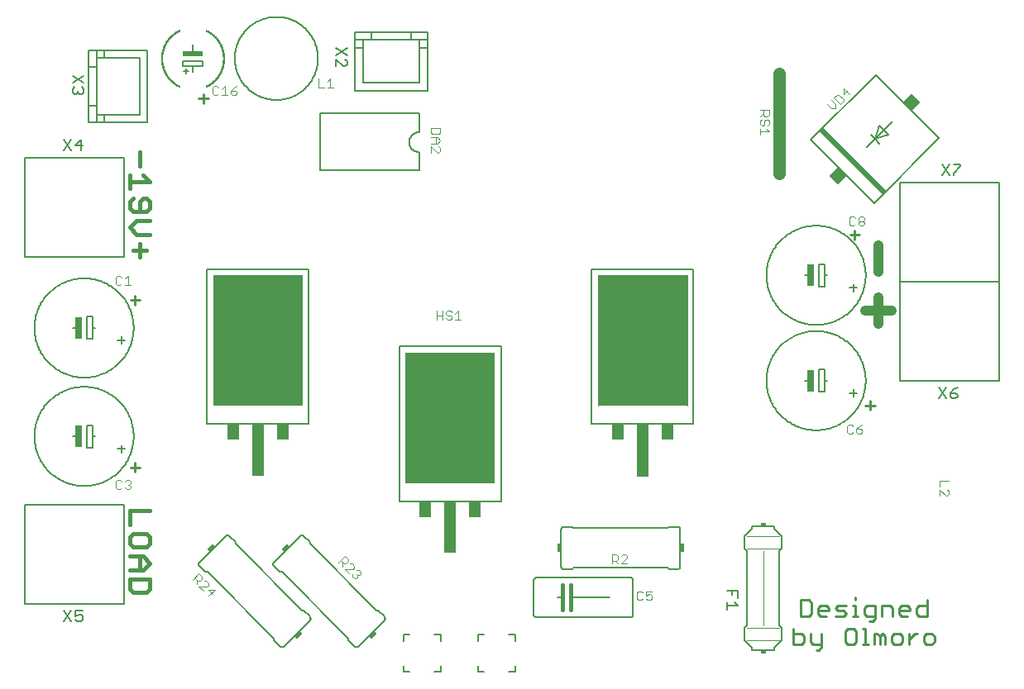
<source format=gto>
G75*
%MOIN*%
%OFA0B0*%
%FSLAX25Y25*%
%IPPOS*%
%LPD*%
%AMOC8*
5,1,8,0,0,1.08239X$1,22.5*
%
%ADD10C,0.00900*%
%ADD11C,0.01100*%
%ADD12C,0.04000*%
%ADD13C,0.01800*%
%ADD14C,0.00600*%
%ADD15C,0.01600*%
%ADD16C,0.00400*%
%ADD17R,0.02500X0.09000*%
%ADD18C,0.00060*%
%ADD19R,0.08000X0.02000*%
%ADD20C,0.00800*%
%ADD21R,0.02000X0.36000*%
%ADD22R,0.05000X0.05000*%
%ADD23R,0.01600X0.03200*%
%ADD24C,0.00200*%
%ADD25R,0.02400X0.01400*%
%ADD26C,0.00500*%
%ADD27C,0.05118*%
%ADD28R,0.05000X0.06500*%
%ADD29R,0.36220X0.52756*%
D10*
X0047813Y0092851D02*
X0047813Y0096654D01*
X0045911Y0094752D02*
X0049715Y0094752D01*
X0047813Y0160351D02*
X0047813Y0164154D01*
X0045911Y0162252D02*
X0049715Y0162252D01*
X0075313Y0241601D02*
X0075313Y0245404D01*
X0073411Y0243502D02*
X0077215Y0243502D01*
X0335911Y0188502D02*
X0339715Y0188502D01*
X0337813Y0190404D02*
X0337813Y0186601D01*
X0344063Y0121654D02*
X0344063Y0117851D01*
X0342161Y0119752D02*
X0345965Y0119752D01*
D11*
X0338053Y0042290D02*
X0338053Y0041206D01*
X0338053Y0039037D02*
X0338053Y0034700D01*
X0339137Y0034700D02*
X0336968Y0034700D01*
X0334307Y0035784D02*
X0333223Y0036869D01*
X0331055Y0036869D01*
X0329970Y0037953D01*
X0331055Y0039037D01*
X0334307Y0039037D01*
X0336968Y0039037D02*
X0338053Y0039037D01*
X0341634Y0037953D02*
X0341634Y0035784D01*
X0342718Y0034700D01*
X0345971Y0034700D01*
X0345971Y0033616D02*
X0345971Y0039037D01*
X0342718Y0039037D01*
X0341634Y0037953D01*
X0343802Y0032531D02*
X0344886Y0032531D01*
X0345971Y0033616D01*
X0348632Y0034700D02*
X0348632Y0039037D01*
X0351884Y0039037D01*
X0352969Y0037953D01*
X0352969Y0034700D01*
X0355630Y0035784D02*
X0355630Y0037953D01*
X0356714Y0039037D01*
X0358882Y0039037D01*
X0359967Y0037953D01*
X0359967Y0036869D01*
X0355630Y0036869D01*
X0355630Y0035784D02*
X0356714Y0034700D01*
X0358882Y0034700D01*
X0362628Y0035784D02*
X0362628Y0037953D01*
X0363712Y0039037D01*
X0366965Y0039037D01*
X0366965Y0041206D02*
X0366965Y0034700D01*
X0363712Y0034700D01*
X0362628Y0035784D01*
X0362964Y0027637D02*
X0361880Y0027637D01*
X0359712Y0025469D01*
X0359712Y0027637D02*
X0359712Y0023300D01*
X0357051Y0024384D02*
X0357051Y0026553D01*
X0355967Y0027637D01*
X0353798Y0027637D01*
X0352714Y0026553D01*
X0352714Y0024384D01*
X0353798Y0023300D01*
X0355967Y0023300D01*
X0357051Y0024384D01*
X0350053Y0023300D02*
X0350053Y0026553D01*
X0348969Y0027637D01*
X0347884Y0026553D01*
X0347884Y0023300D01*
X0345716Y0023300D02*
X0345716Y0027637D01*
X0346800Y0027637D01*
X0347884Y0026553D01*
X0343219Y0023300D02*
X0341050Y0023300D01*
X0342135Y0023300D02*
X0342135Y0029806D01*
X0341050Y0029806D01*
X0338390Y0028721D02*
X0337305Y0029806D01*
X0335137Y0029806D01*
X0334052Y0028721D01*
X0334052Y0024384D01*
X0335137Y0023300D01*
X0337305Y0023300D01*
X0338390Y0024384D01*
X0338390Y0028721D01*
X0333223Y0034700D02*
X0329970Y0034700D01*
X0333223Y0034700D02*
X0334307Y0035784D01*
X0327309Y0036869D02*
X0322972Y0036869D01*
X0322972Y0037953D02*
X0322972Y0035784D01*
X0324057Y0034700D01*
X0326225Y0034700D01*
X0327309Y0036869D02*
X0327309Y0037953D01*
X0326225Y0039037D01*
X0324057Y0039037D01*
X0322972Y0037953D01*
X0320311Y0040121D02*
X0319227Y0041206D01*
X0315974Y0041206D01*
X0315974Y0034700D01*
X0319227Y0034700D01*
X0320311Y0035784D01*
X0320311Y0040121D01*
X0313059Y0029806D02*
X0313059Y0023300D01*
X0316311Y0023300D01*
X0317396Y0024384D01*
X0317396Y0026553D01*
X0316311Y0027637D01*
X0313059Y0027637D01*
X0320057Y0027637D02*
X0320057Y0024384D01*
X0321141Y0023300D01*
X0324394Y0023300D01*
X0324394Y0022216D02*
X0323309Y0021131D01*
X0322225Y0021131D01*
X0324394Y0022216D02*
X0324394Y0027637D01*
X0365543Y0026553D02*
X0365543Y0024384D01*
X0366628Y0023300D01*
X0368796Y0023300D01*
X0369880Y0024384D01*
X0369880Y0026553D01*
X0368796Y0027637D01*
X0366628Y0027637D01*
X0365543Y0026553D01*
D12*
X0347257Y0152532D02*
X0347257Y0163208D01*
X0352595Y0157870D02*
X0341919Y0157870D01*
X0347257Y0173782D02*
X0347257Y0184458D01*
D13*
X0053857Y0188775D02*
X0048386Y0188775D01*
X0045650Y0191510D01*
X0048386Y0194246D01*
X0053857Y0194246D01*
X0052489Y0197983D02*
X0053857Y0199350D01*
X0053857Y0202086D01*
X0052489Y0203454D01*
X0051121Y0203454D01*
X0049754Y0202086D01*
X0049754Y0197983D01*
X0052489Y0197983D02*
X0047018Y0197983D01*
X0045650Y0199350D01*
X0045650Y0202086D01*
X0047018Y0203454D01*
X0045650Y0207190D02*
X0045650Y0212662D01*
X0045650Y0209926D02*
X0053857Y0209926D01*
X0051121Y0212662D01*
X0049754Y0216398D02*
X0049754Y0221870D01*
X0049754Y0185038D02*
X0049754Y0179567D01*
X0052489Y0182303D02*
X0047018Y0182303D01*
X0045650Y0077266D02*
X0045650Y0071794D01*
X0047018Y0068058D02*
X0045650Y0066690D01*
X0045650Y0063954D01*
X0047018Y0062587D01*
X0052489Y0062587D01*
X0053857Y0063954D01*
X0053857Y0066690D01*
X0052489Y0068058D01*
X0047018Y0068058D01*
X0045650Y0077266D02*
X0053857Y0077266D01*
X0051121Y0058850D02*
X0045650Y0058850D01*
X0049754Y0058850D02*
X0049754Y0053379D01*
X0051121Y0053379D02*
X0045650Y0053379D01*
X0045650Y0049642D02*
X0045650Y0045539D01*
X0047018Y0044171D01*
X0052489Y0044171D01*
X0053857Y0045539D01*
X0053857Y0049642D01*
X0045650Y0049642D01*
X0051121Y0053379D02*
X0053857Y0056114D01*
X0051121Y0058850D01*
D14*
X0022132Y0036954D02*
X0019196Y0032550D01*
X0022132Y0032550D02*
X0019196Y0036954D01*
X0023800Y0036954D02*
X0023800Y0034752D01*
X0025268Y0035486D01*
X0026002Y0035486D01*
X0026736Y0034752D01*
X0026736Y0033284D01*
X0026002Y0032550D01*
X0024534Y0032550D01*
X0023800Y0033284D01*
X0023800Y0036954D02*
X0026736Y0036954D01*
X0043500Y0039750D02*
X0003500Y0039750D01*
X0003500Y0079750D01*
X0009750Y0079750D01*
X0013500Y0079750D01*
X0033500Y0079750D01*
X0037250Y0079750D01*
X0043500Y0079750D01*
X0043500Y0039750D01*
X0073726Y0055003D02*
X0076201Y0052528D01*
X0076908Y0052528D01*
X0103778Y0025658D01*
X0103778Y0024951D01*
X0106253Y0022476D01*
X0106297Y0022434D01*
X0106343Y0022396D01*
X0106392Y0022360D01*
X0106443Y0022327D01*
X0106495Y0022298D01*
X0106550Y0022271D01*
X0106605Y0022248D01*
X0106662Y0022228D01*
X0106721Y0022212D01*
X0106780Y0022199D01*
X0106839Y0022190D01*
X0106900Y0022185D01*
X0106960Y0022183D01*
X0107020Y0022185D01*
X0107081Y0022190D01*
X0107140Y0022199D01*
X0107199Y0022212D01*
X0107258Y0022228D01*
X0107315Y0022248D01*
X0107370Y0022271D01*
X0107425Y0022298D01*
X0107477Y0022327D01*
X0107528Y0022360D01*
X0107577Y0022396D01*
X0107623Y0022434D01*
X0107667Y0022476D01*
X0118274Y0033083D01*
X0118316Y0033127D01*
X0118354Y0033173D01*
X0118390Y0033222D01*
X0118423Y0033273D01*
X0118452Y0033325D01*
X0118479Y0033380D01*
X0118502Y0033435D01*
X0118522Y0033492D01*
X0118538Y0033551D01*
X0118551Y0033610D01*
X0118560Y0033669D01*
X0118565Y0033730D01*
X0118567Y0033790D01*
X0118565Y0033850D01*
X0118560Y0033911D01*
X0118551Y0033970D01*
X0118538Y0034029D01*
X0118522Y0034088D01*
X0118502Y0034145D01*
X0118479Y0034200D01*
X0118452Y0034255D01*
X0118423Y0034307D01*
X0118390Y0034358D01*
X0118354Y0034407D01*
X0118316Y0034453D01*
X0118274Y0034497D01*
X0115799Y0036972D01*
X0115092Y0036972D01*
X0088222Y0063842D01*
X0088222Y0064549D01*
X0085747Y0067024D01*
X0085703Y0067066D01*
X0085657Y0067104D01*
X0085608Y0067140D01*
X0085557Y0067173D01*
X0085505Y0067202D01*
X0085450Y0067229D01*
X0085395Y0067252D01*
X0085338Y0067272D01*
X0085279Y0067288D01*
X0085220Y0067301D01*
X0085161Y0067310D01*
X0085100Y0067315D01*
X0085040Y0067317D01*
X0084980Y0067315D01*
X0084919Y0067310D01*
X0084860Y0067301D01*
X0084801Y0067288D01*
X0084742Y0067272D01*
X0084685Y0067252D01*
X0084630Y0067229D01*
X0084575Y0067202D01*
X0084523Y0067173D01*
X0084472Y0067140D01*
X0084423Y0067104D01*
X0084377Y0067066D01*
X0084333Y0067024D01*
X0073726Y0056417D01*
X0073684Y0056373D01*
X0073646Y0056327D01*
X0073610Y0056278D01*
X0073577Y0056227D01*
X0073548Y0056175D01*
X0073521Y0056120D01*
X0073498Y0056065D01*
X0073478Y0056008D01*
X0073462Y0055949D01*
X0073449Y0055890D01*
X0073440Y0055831D01*
X0073435Y0055770D01*
X0073433Y0055710D01*
X0073435Y0055650D01*
X0073440Y0055589D01*
X0073449Y0055530D01*
X0073462Y0055471D01*
X0073478Y0055412D01*
X0073498Y0055355D01*
X0073521Y0055300D01*
X0073548Y0055245D01*
X0073577Y0055193D01*
X0073610Y0055142D01*
X0073646Y0055093D01*
X0073684Y0055047D01*
X0073726Y0055003D01*
X0103726Y0055003D02*
X0106201Y0052528D01*
X0106908Y0052528D01*
X0133778Y0025658D01*
X0133778Y0024951D01*
X0136253Y0022476D01*
X0136297Y0022434D01*
X0136343Y0022396D01*
X0136392Y0022360D01*
X0136443Y0022327D01*
X0136495Y0022298D01*
X0136550Y0022271D01*
X0136605Y0022248D01*
X0136662Y0022228D01*
X0136721Y0022212D01*
X0136780Y0022199D01*
X0136839Y0022190D01*
X0136900Y0022185D01*
X0136960Y0022183D01*
X0137020Y0022185D01*
X0137081Y0022190D01*
X0137140Y0022199D01*
X0137199Y0022212D01*
X0137258Y0022228D01*
X0137315Y0022248D01*
X0137370Y0022271D01*
X0137425Y0022298D01*
X0137477Y0022327D01*
X0137528Y0022360D01*
X0137577Y0022396D01*
X0137623Y0022434D01*
X0137667Y0022476D01*
X0148274Y0033083D01*
X0148316Y0033127D01*
X0148354Y0033173D01*
X0148390Y0033222D01*
X0148423Y0033273D01*
X0148452Y0033325D01*
X0148479Y0033380D01*
X0148502Y0033435D01*
X0148522Y0033492D01*
X0148538Y0033551D01*
X0148551Y0033610D01*
X0148560Y0033669D01*
X0148565Y0033730D01*
X0148567Y0033790D01*
X0148565Y0033850D01*
X0148560Y0033911D01*
X0148551Y0033970D01*
X0148538Y0034029D01*
X0148522Y0034088D01*
X0148502Y0034145D01*
X0148479Y0034200D01*
X0148452Y0034255D01*
X0148423Y0034307D01*
X0148390Y0034358D01*
X0148354Y0034407D01*
X0148316Y0034453D01*
X0148274Y0034497D01*
X0145799Y0036972D01*
X0145092Y0036972D01*
X0118222Y0063842D01*
X0118222Y0064549D01*
X0115747Y0067024D01*
X0115703Y0067066D01*
X0115657Y0067104D01*
X0115608Y0067140D01*
X0115557Y0067173D01*
X0115505Y0067202D01*
X0115450Y0067229D01*
X0115395Y0067252D01*
X0115338Y0067272D01*
X0115279Y0067288D01*
X0115220Y0067301D01*
X0115161Y0067310D01*
X0115100Y0067315D01*
X0115040Y0067317D01*
X0114980Y0067315D01*
X0114919Y0067310D01*
X0114860Y0067301D01*
X0114801Y0067288D01*
X0114742Y0067272D01*
X0114685Y0067252D01*
X0114630Y0067229D01*
X0114575Y0067202D01*
X0114523Y0067173D01*
X0114472Y0067140D01*
X0114423Y0067104D01*
X0114377Y0067066D01*
X0114333Y0067024D01*
X0103726Y0056417D01*
X0103684Y0056373D01*
X0103646Y0056327D01*
X0103610Y0056278D01*
X0103577Y0056227D01*
X0103548Y0056175D01*
X0103521Y0056120D01*
X0103498Y0056065D01*
X0103478Y0056008D01*
X0103462Y0055949D01*
X0103449Y0055890D01*
X0103440Y0055831D01*
X0103435Y0055770D01*
X0103433Y0055710D01*
X0103435Y0055650D01*
X0103440Y0055589D01*
X0103449Y0055530D01*
X0103462Y0055471D01*
X0103478Y0055412D01*
X0103498Y0055355D01*
X0103521Y0055300D01*
X0103548Y0055245D01*
X0103577Y0055193D01*
X0103610Y0055142D01*
X0103646Y0055093D01*
X0103684Y0055047D01*
X0103726Y0055003D01*
X0154250Y0081000D02*
X0154250Y0143500D01*
X0195250Y0143500D01*
X0195250Y0081000D01*
X0154250Y0081000D01*
X0117750Y0112250D02*
X0117750Y0174750D01*
X0076750Y0174750D01*
X0076750Y0112250D01*
X0117750Y0112250D01*
X0043750Y0102250D02*
X0040750Y0102250D01*
X0042250Y0100750D02*
X0042250Y0103750D01*
X0031750Y0107250D02*
X0030750Y0107250D01*
X0030750Y0102750D01*
X0028250Y0102750D01*
X0028250Y0111750D01*
X0030750Y0111750D01*
X0030750Y0107250D01*
X0007250Y0107250D02*
X0007256Y0107741D01*
X0007274Y0108231D01*
X0007304Y0108721D01*
X0007346Y0109210D01*
X0007400Y0109698D01*
X0007466Y0110185D01*
X0007544Y0110669D01*
X0007634Y0111152D01*
X0007736Y0111632D01*
X0007849Y0112110D01*
X0007974Y0112584D01*
X0008111Y0113056D01*
X0008259Y0113524D01*
X0008419Y0113988D01*
X0008590Y0114448D01*
X0008772Y0114904D01*
X0008966Y0115355D01*
X0009170Y0115801D01*
X0009386Y0116242D01*
X0009612Y0116678D01*
X0009848Y0117108D01*
X0010095Y0117532D01*
X0010353Y0117950D01*
X0010621Y0118361D01*
X0010898Y0118766D01*
X0011186Y0119164D01*
X0011483Y0119555D01*
X0011790Y0119938D01*
X0012106Y0120313D01*
X0012431Y0120681D01*
X0012765Y0121041D01*
X0013108Y0121392D01*
X0013459Y0121735D01*
X0013819Y0122069D01*
X0014187Y0122394D01*
X0014562Y0122710D01*
X0014945Y0123017D01*
X0015336Y0123314D01*
X0015734Y0123602D01*
X0016139Y0123879D01*
X0016550Y0124147D01*
X0016968Y0124405D01*
X0017392Y0124652D01*
X0017822Y0124888D01*
X0018258Y0125114D01*
X0018699Y0125330D01*
X0019145Y0125534D01*
X0019596Y0125728D01*
X0020052Y0125910D01*
X0020512Y0126081D01*
X0020976Y0126241D01*
X0021444Y0126389D01*
X0021916Y0126526D01*
X0022390Y0126651D01*
X0022868Y0126764D01*
X0023348Y0126866D01*
X0023831Y0126956D01*
X0024315Y0127034D01*
X0024802Y0127100D01*
X0025290Y0127154D01*
X0025779Y0127196D01*
X0026269Y0127226D01*
X0026759Y0127244D01*
X0027250Y0127250D01*
X0027741Y0127244D01*
X0028231Y0127226D01*
X0028721Y0127196D01*
X0029210Y0127154D01*
X0029698Y0127100D01*
X0030185Y0127034D01*
X0030669Y0126956D01*
X0031152Y0126866D01*
X0031632Y0126764D01*
X0032110Y0126651D01*
X0032584Y0126526D01*
X0033056Y0126389D01*
X0033524Y0126241D01*
X0033988Y0126081D01*
X0034448Y0125910D01*
X0034904Y0125728D01*
X0035355Y0125534D01*
X0035801Y0125330D01*
X0036242Y0125114D01*
X0036678Y0124888D01*
X0037108Y0124652D01*
X0037532Y0124405D01*
X0037950Y0124147D01*
X0038361Y0123879D01*
X0038766Y0123602D01*
X0039164Y0123314D01*
X0039555Y0123017D01*
X0039938Y0122710D01*
X0040313Y0122394D01*
X0040681Y0122069D01*
X0041041Y0121735D01*
X0041392Y0121392D01*
X0041735Y0121041D01*
X0042069Y0120681D01*
X0042394Y0120313D01*
X0042710Y0119938D01*
X0043017Y0119555D01*
X0043314Y0119164D01*
X0043602Y0118766D01*
X0043879Y0118361D01*
X0044147Y0117950D01*
X0044405Y0117532D01*
X0044652Y0117108D01*
X0044888Y0116678D01*
X0045114Y0116242D01*
X0045330Y0115801D01*
X0045534Y0115355D01*
X0045728Y0114904D01*
X0045910Y0114448D01*
X0046081Y0113988D01*
X0046241Y0113524D01*
X0046389Y0113056D01*
X0046526Y0112584D01*
X0046651Y0112110D01*
X0046764Y0111632D01*
X0046866Y0111152D01*
X0046956Y0110669D01*
X0047034Y0110185D01*
X0047100Y0109698D01*
X0047154Y0109210D01*
X0047196Y0108721D01*
X0047226Y0108231D01*
X0047244Y0107741D01*
X0047250Y0107250D01*
X0047244Y0106759D01*
X0047226Y0106269D01*
X0047196Y0105779D01*
X0047154Y0105290D01*
X0047100Y0104802D01*
X0047034Y0104315D01*
X0046956Y0103831D01*
X0046866Y0103348D01*
X0046764Y0102868D01*
X0046651Y0102390D01*
X0046526Y0101916D01*
X0046389Y0101444D01*
X0046241Y0100976D01*
X0046081Y0100512D01*
X0045910Y0100052D01*
X0045728Y0099596D01*
X0045534Y0099145D01*
X0045330Y0098699D01*
X0045114Y0098258D01*
X0044888Y0097822D01*
X0044652Y0097392D01*
X0044405Y0096968D01*
X0044147Y0096550D01*
X0043879Y0096139D01*
X0043602Y0095734D01*
X0043314Y0095336D01*
X0043017Y0094945D01*
X0042710Y0094562D01*
X0042394Y0094187D01*
X0042069Y0093819D01*
X0041735Y0093459D01*
X0041392Y0093108D01*
X0041041Y0092765D01*
X0040681Y0092431D01*
X0040313Y0092106D01*
X0039938Y0091790D01*
X0039555Y0091483D01*
X0039164Y0091186D01*
X0038766Y0090898D01*
X0038361Y0090621D01*
X0037950Y0090353D01*
X0037532Y0090095D01*
X0037108Y0089848D01*
X0036678Y0089612D01*
X0036242Y0089386D01*
X0035801Y0089170D01*
X0035355Y0088966D01*
X0034904Y0088772D01*
X0034448Y0088590D01*
X0033988Y0088419D01*
X0033524Y0088259D01*
X0033056Y0088111D01*
X0032584Y0087974D01*
X0032110Y0087849D01*
X0031632Y0087736D01*
X0031152Y0087634D01*
X0030669Y0087544D01*
X0030185Y0087466D01*
X0029698Y0087400D01*
X0029210Y0087346D01*
X0028721Y0087304D01*
X0028231Y0087274D01*
X0027741Y0087256D01*
X0027250Y0087250D01*
X0026759Y0087256D01*
X0026269Y0087274D01*
X0025779Y0087304D01*
X0025290Y0087346D01*
X0024802Y0087400D01*
X0024315Y0087466D01*
X0023831Y0087544D01*
X0023348Y0087634D01*
X0022868Y0087736D01*
X0022390Y0087849D01*
X0021916Y0087974D01*
X0021444Y0088111D01*
X0020976Y0088259D01*
X0020512Y0088419D01*
X0020052Y0088590D01*
X0019596Y0088772D01*
X0019145Y0088966D01*
X0018699Y0089170D01*
X0018258Y0089386D01*
X0017822Y0089612D01*
X0017392Y0089848D01*
X0016968Y0090095D01*
X0016550Y0090353D01*
X0016139Y0090621D01*
X0015734Y0090898D01*
X0015336Y0091186D01*
X0014945Y0091483D01*
X0014562Y0091790D01*
X0014187Y0092106D01*
X0013819Y0092431D01*
X0013459Y0092765D01*
X0013108Y0093108D01*
X0012765Y0093459D01*
X0012431Y0093819D01*
X0012106Y0094187D01*
X0011790Y0094562D01*
X0011483Y0094945D01*
X0011186Y0095336D01*
X0010898Y0095734D01*
X0010621Y0096139D01*
X0010353Y0096550D01*
X0010095Y0096968D01*
X0009848Y0097392D01*
X0009612Y0097822D01*
X0009386Y0098258D01*
X0009170Y0098699D01*
X0008966Y0099145D01*
X0008772Y0099596D01*
X0008590Y0100052D01*
X0008419Y0100512D01*
X0008259Y0100976D01*
X0008111Y0101444D01*
X0007974Y0101916D01*
X0007849Y0102390D01*
X0007736Y0102868D01*
X0007634Y0103348D01*
X0007544Y0103831D01*
X0007466Y0104315D01*
X0007400Y0104802D01*
X0007346Y0105290D01*
X0007304Y0105779D01*
X0007274Y0106269D01*
X0007256Y0106759D01*
X0007250Y0107250D01*
X0022750Y0107250D02*
X0024750Y0107250D01*
X0028250Y0146500D02*
X0030750Y0146500D01*
X0030750Y0151000D01*
X0030750Y0155500D01*
X0028250Y0155500D01*
X0028250Y0146500D01*
X0007250Y0151000D02*
X0007256Y0151491D01*
X0007274Y0151981D01*
X0007304Y0152471D01*
X0007346Y0152960D01*
X0007400Y0153448D01*
X0007466Y0153935D01*
X0007544Y0154419D01*
X0007634Y0154902D01*
X0007736Y0155382D01*
X0007849Y0155860D01*
X0007974Y0156334D01*
X0008111Y0156806D01*
X0008259Y0157274D01*
X0008419Y0157738D01*
X0008590Y0158198D01*
X0008772Y0158654D01*
X0008966Y0159105D01*
X0009170Y0159551D01*
X0009386Y0159992D01*
X0009612Y0160428D01*
X0009848Y0160858D01*
X0010095Y0161282D01*
X0010353Y0161700D01*
X0010621Y0162111D01*
X0010898Y0162516D01*
X0011186Y0162914D01*
X0011483Y0163305D01*
X0011790Y0163688D01*
X0012106Y0164063D01*
X0012431Y0164431D01*
X0012765Y0164791D01*
X0013108Y0165142D01*
X0013459Y0165485D01*
X0013819Y0165819D01*
X0014187Y0166144D01*
X0014562Y0166460D01*
X0014945Y0166767D01*
X0015336Y0167064D01*
X0015734Y0167352D01*
X0016139Y0167629D01*
X0016550Y0167897D01*
X0016968Y0168155D01*
X0017392Y0168402D01*
X0017822Y0168638D01*
X0018258Y0168864D01*
X0018699Y0169080D01*
X0019145Y0169284D01*
X0019596Y0169478D01*
X0020052Y0169660D01*
X0020512Y0169831D01*
X0020976Y0169991D01*
X0021444Y0170139D01*
X0021916Y0170276D01*
X0022390Y0170401D01*
X0022868Y0170514D01*
X0023348Y0170616D01*
X0023831Y0170706D01*
X0024315Y0170784D01*
X0024802Y0170850D01*
X0025290Y0170904D01*
X0025779Y0170946D01*
X0026269Y0170976D01*
X0026759Y0170994D01*
X0027250Y0171000D01*
X0027741Y0170994D01*
X0028231Y0170976D01*
X0028721Y0170946D01*
X0029210Y0170904D01*
X0029698Y0170850D01*
X0030185Y0170784D01*
X0030669Y0170706D01*
X0031152Y0170616D01*
X0031632Y0170514D01*
X0032110Y0170401D01*
X0032584Y0170276D01*
X0033056Y0170139D01*
X0033524Y0169991D01*
X0033988Y0169831D01*
X0034448Y0169660D01*
X0034904Y0169478D01*
X0035355Y0169284D01*
X0035801Y0169080D01*
X0036242Y0168864D01*
X0036678Y0168638D01*
X0037108Y0168402D01*
X0037532Y0168155D01*
X0037950Y0167897D01*
X0038361Y0167629D01*
X0038766Y0167352D01*
X0039164Y0167064D01*
X0039555Y0166767D01*
X0039938Y0166460D01*
X0040313Y0166144D01*
X0040681Y0165819D01*
X0041041Y0165485D01*
X0041392Y0165142D01*
X0041735Y0164791D01*
X0042069Y0164431D01*
X0042394Y0164063D01*
X0042710Y0163688D01*
X0043017Y0163305D01*
X0043314Y0162914D01*
X0043602Y0162516D01*
X0043879Y0162111D01*
X0044147Y0161700D01*
X0044405Y0161282D01*
X0044652Y0160858D01*
X0044888Y0160428D01*
X0045114Y0159992D01*
X0045330Y0159551D01*
X0045534Y0159105D01*
X0045728Y0158654D01*
X0045910Y0158198D01*
X0046081Y0157738D01*
X0046241Y0157274D01*
X0046389Y0156806D01*
X0046526Y0156334D01*
X0046651Y0155860D01*
X0046764Y0155382D01*
X0046866Y0154902D01*
X0046956Y0154419D01*
X0047034Y0153935D01*
X0047100Y0153448D01*
X0047154Y0152960D01*
X0047196Y0152471D01*
X0047226Y0151981D01*
X0047244Y0151491D01*
X0047250Y0151000D01*
X0047244Y0150509D01*
X0047226Y0150019D01*
X0047196Y0149529D01*
X0047154Y0149040D01*
X0047100Y0148552D01*
X0047034Y0148065D01*
X0046956Y0147581D01*
X0046866Y0147098D01*
X0046764Y0146618D01*
X0046651Y0146140D01*
X0046526Y0145666D01*
X0046389Y0145194D01*
X0046241Y0144726D01*
X0046081Y0144262D01*
X0045910Y0143802D01*
X0045728Y0143346D01*
X0045534Y0142895D01*
X0045330Y0142449D01*
X0045114Y0142008D01*
X0044888Y0141572D01*
X0044652Y0141142D01*
X0044405Y0140718D01*
X0044147Y0140300D01*
X0043879Y0139889D01*
X0043602Y0139484D01*
X0043314Y0139086D01*
X0043017Y0138695D01*
X0042710Y0138312D01*
X0042394Y0137937D01*
X0042069Y0137569D01*
X0041735Y0137209D01*
X0041392Y0136858D01*
X0041041Y0136515D01*
X0040681Y0136181D01*
X0040313Y0135856D01*
X0039938Y0135540D01*
X0039555Y0135233D01*
X0039164Y0134936D01*
X0038766Y0134648D01*
X0038361Y0134371D01*
X0037950Y0134103D01*
X0037532Y0133845D01*
X0037108Y0133598D01*
X0036678Y0133362D01*
X0036242Y0133136D01*
X0035801Y0132920D01*
X0035355Y0132716D01*
X0034904Y0132522D01*
X0034448Y0132340D01*
X0033988Y0132169D01*
X0033524Y0132009D01*
X0033056Y0131861D01*
X0032584Y0131724D01*
X0032110Y0131599D01*
X0031632Y0131486D01*
X0031152Y0131384D01*
X0030669Y0131294D01*
X0030185Y0131216D01*
X0029698Y0131150D01*
X0029210Y0131096D01*
X0028721Y0131054D01*
X0028231Y0131024D01*
X0027741Y0131006D01*
X0027250Y0131000D01*
X0026759Y0131006D01*
X0026269Y0131024D01*
X0025779Y0131054D01*
X0025290Y0131096D01*
X0024802Y0131150D01*
X0024315Y0131216D01*
X0023831Y0131294D01*
X0023348Y0131384D01*
X0022868Y0131486D01*
X0022390Y0131599D01*
X0021916Y0131724D01*
X0021444Y0131861D01*
X0020976Y0132009D01*
X0020512Y0132169D01*
X0020052Y0132340D01*
X0019596Y0132522D01*
X0019145Y0132716D01*
X0018699Y0132920D01*
X0018258Y0133136D01*
X0017822Y0133362D01*
X0017392Y0133598D01*
X0016968Y0133845D01*
X0016550Y0134103D01*
X0016139Y0134371D01*
X0015734Y0134648D01*
X0015336Y0134936D01*
X0014945Y0135233D01*
X0014562Y0135540D01*
X0014187Y0135856D01*
X0013819Y0136181D01*
X0013459Y0136515D01*
X0013108Y0136858D01*
X0012765Y0137209D01*
X0012431Y0137569D01*
X0012106Y0137937D01*
X0011790Y0138312D01*
X0011483Y0138695D01*
X0011186Y0139086D01*
X0010898Y0139484D01*
X0010621Y0139889D01*
X0010353Y0140300D01*
X0010095Y0140718D01*
X0009848Y0141142D01*
X0009612Y0141572D01*
X0009386Y0142008D01*
X0009170Y0142449D01*
X0008966Y0142895D01*
X0008772Y0143346D01*
X0008590Y0143802D01*
X0008419Y0144262D01*
X0008259Y0144726D01*
X0008111Y0145194D01*
X0007974Y0145666D01*
X0007849Y0146140D01*
X0007736Y0146618D01*
X0007634Y0147098D01*
X0007544Y0147581D01*
X0007466Y0148065D01*
X0007400Y0148552D01*
X0007346Y0149040D01*
X0007304Y0149529D01*
X0007274Y0150019D01*
X0007256Y0150509D01*
X0007250Y0151000D01*
X0022750Y0151000D02*
X0024750Y0151000D01*
X0030750Y0151000D02*
X0031750Y0151000D01*
X0040750Y0146000D02*
X0043750Y0146000D01*
X0042250Y0144500D02*
X0042250Y0147500D01*
X0043500Y0179750D02*
X0003500Y0179750D01*
X0003500Y0219750D01*
X0009750Y0219750D01*
X0013500Y0219750D01*
X0033500Y0219750D01*
X0037250Y0219750D01*
X0043500Y0219750D01*
X0043500Y0179750D01*
X0026002Y0222550D02*
X0026002Y0226954D01*
X0023800Y0224752D01*
X0026736Y0224752D01*
X0022132Y0226954D02*
X0019196Y0222550D01*
X0022132Y0222550D02*
X0019196Y0226954D01*
X0023284Y0245264D02*
X0022550Y0245998D01*
X0022550Y0247466D01*
X0023284Y0248200D01*
X0022550Y0249868D02*
X0026954Y0252804D01*
X0026954Y0249868D02*
X0022550Y0252804D01*
X0026220Y0248200D02*
X0026954Y0247466D01*
X0026954Y0245998D01*
X0026220Y0245264D01*
X0025486Y0245264D01*
X0024752Y0245998D01*
X0024018Y0245264D01*
X0023284Y0245264D01*
X0024752Y0245998D02*
X0024752Y0246732D01*
X0067000Y0256750D02*
X0071000Y0256750D01*
X0075000Y0256750D01*
X0075000Y0258750D01*
X0067000Y0258750D01*
X0067000Y0256750D01*
X0068500Y0255750D02*
X0068500Y0253750D01*
X0069500Y0254750D02*
X0067500Y0254750D01*
X0071000Y0254250D02*
X0071000Y0256750D01*
X0071000Y0262250D02*
X0071000Y0265250D01*
X0122250Y0237500D02*
X0122250Y0214500D01*
X0162250Y0214500D01*
X0162250Y0222000D01*
X0162124Y0222002D01*
X0161999Y0222008D01*
X0161874Y0222018D01*
X0161749Y0222032D01*
X0161624Y0222049D01*
X0161500Y0222071D01*
X0161377Y0222096D01*
X0161255Y0222126D01*
X0161134Y0222159D01*
X0161014Y0222196D01*
X0160895Y0222236D01*
X0160778Y0222281D01*
X0160661Y0222329D01*
X0160547Y0222381D01*
X0160434Y0222436D01*
X0160323Y0222495D01*
X0160214Y0222557D01*
X0160107Y0222623D01*
X0160002Y0222692D01*
X0159899Y0222764D01*
X0159798Y0222839D01*
X0159700Y0222918D01*
X0159605Y0223000D01*
X0159512Y0223084D01*
X0159422Y0223172D01*
X0159334Y0223262D01*
X0159250Y0223355D01*
X0159168Y0223450D01*
X0159089Y0223548D01*
X0159014Y0223649D01*
X0158942Y0223752D01*
X0158873Y0223857D01*
X0158807Y0223964D01*
X0158745Y0224073D01*
X0158686Y0224184D01*
X0158631Y0224297D01*
X0158579Y0224411D01*
X0158531Y0224528D01*
X0158486Y0224645D01*
X0158446Y0224764D01*
X0158409Y0224884D01*
X0158376Y0225005D01*
X0158346Y0225127D01*
X0158321Y0225250D01*
X0158299Y0225374D01*
X0158282Y0225499D01*
X0158268Y0225624D01*
X0158258Y0225749D01*
X0158252Y0225874D01*
X0158250Y0226000D01*
X0158252Y0226126D01*
X0158258Y0226251D01*
X0158268Y0226376D01*
X0158282Y0226501D01*
X0158299Y0226626D01*
X0158321Y0226750D01*
X0158346Y0226873D01*
X0158376Y0226995D01*
X0158409Y0227116D01*
X0158446Y0227236D01*
X0158486Y0227355D01*
X0158531Y0227472D01*
X0158579Y0227589D01*
X0158631Y0227703D01*
X0158686Y0227816D01*
X0158745Y0227927D01*
X0158807Y0228036D01*
X0158873Y0228143D01*
X0158942Y0228248D01*
X0159014Y0228351D01*
X0159089Y0228452D01*
X0159168Y0228550D01*
X0159250Y0228645D01*
X0159334Y0228738D01*
X0159422Y0228828D01*
X0159512Y0228916D01*
X0159605Y0229000D01*
X0159700Y0229082D01*
X0159798Y0229161D01*
X0159899Y0229236D01*
X0160002Y0229308D01*
X0160107Y0229377D01*
X0160214Y0229443D01*
X0160323Y0229505D01*
X0160434Y0229564D01*
X0160547Y0229619D01*
X0160661Y0229671D01*
X0160778Y0229719D01*
X0160895Y0229764D01*
X0161014Y0229804D01*
X0161134Y0229841D01*
X0161255Y0229874D01*
X0161377Y0229904D01*
X0161500Y0229929D01*
X0161624Y0229951D01*
X0161749Y0229968D01*
X0161874Y0229982D01*
X0161999Y0229992D01*
X0162124Y0229998D01*
X0162250Y0230000D01*
X0162250Y0237500D01*
X0122250Y0237500D01*
X0128800Y0256514D02*
X0128800Y0259450D01*
X0131736Y0256514D01*
X0132470Y0256514D01*
X0133204Y0257248D01*
X0133204Y0258716D01*
X0132470Y0259450D01*
X0133204Y0261118D02*
X0128800Y0264054D01*
X0128800Y0261118D02*
X0133204Y0264054D01*
X0231750Y0174750D02*
X0231750Y0112250D01*
X0272750Y0112250D01*
X0272750Y0174750D01*
X0231750Y0174750D01*
X0317750Y0172250D02*
X0319750Y0172250D01*
X0302250Y0172250D02*
X0302256Y0172741D01*
X0302274Y0173231D01*
X0302304Y0173721D01*
X0302346Y0174210D01*
X0302400Y0174698D01*
X0302466Y0175185D01*
X0302544Y0175669D01*
X0302634Y0176152D01*
X0302736Y0176632D01*
X0302849Y0177110D01*
X0302974Y0177584D01*
X0303111Y0178056D01*
X0303259Y0178524D01*
X0303419Y0178988D01*
X0303590Y0179448D01*
X0303772Y0179904D01*
X0303966Y0180355D01*
X0304170Y0180801D01*
X0304386Y0181242D01*
X0304612Y0181678D01*
X0304848Y0182108D01*
X0305095Y0182532D01*
X0305353Y0182950D01*
X0305621Y0183361D01*
X0305898Y0183766D01*
X0306186Y0184164D01*
X0306483Y0184555D01*
X0306790Y0184938D01*
X0307106Y0185313D01*
X0307431Y0185681D01*
X0307765Y0186041D01*
X0308108Y0186392D01*
X0308459Y0186735D01*
X0308819Y0187069D01*
X0309187Y0187394D01*
X0309562Y0187710D01*
X0309945Y0188017D01*
X0310336Y0188314D01*
X0310734Y0188602D01*
X0311139Y0188879D01*
X0311550Y0189147D01*
X0311968Y0189405D01*
X0312392Y0189652D01*
X0312822Y0189888D01*
X0313258Y0190114D01*
X0313699Y0190330D01*
X0314145Y0190534D01*
X0314596Y0190728D01*
X0315052Y0190910D01*
X0315512Y0191081D01*
X0315976Y0191241D01*
X0316444Y0191389D01*
X0316916Y0191526D01*
X0317390Y0191651D01*
X0317868Y0191764D01*
X0318348Y0191866D01*
X0318831Y0191956D01*
X0319315Y0192034D01*
X0319802Y0192100D01*
X0320290Y0192154D01*
X0320779Y0192196D01*
X0321269Y0192226D01*
X0321759Y0192244D01*
X0322250Y0192250D01*
X0322741Y0192244D01*
X0323231Y0192226D01*
X0323721Y0192196D01*
X0324210Y0192154D01*
X0324698Y0192100D01*
X0325185Y0192034D01*
X0325669Y0191956D01*
X0326152Y0191866D01*
X0326632Y0191764D01*
X0327110Y0191651D01*
X0327584Y0191526D01*
X0328056Y0191389D01*
X0328524Y0191241D01*
X0328988Y0191081D01*
X0329448Y0190910D01*
X0329904Y0190728D01*
X0330355Y0190534D01*
X0330801Y0190330D01*
X0331242Y0190114D01*
X0331678Y0189888D01*
X0332108Y0189652D01*
X0332532Y0189405D01*
X0332950Y0189147D01*
X0333361Y0188879D01*
X0333766Y0188602D01*
X0334164Y0188314D01*
X0334555Y0188017D01*
X0334938Y0187710D01*
X0335313Y0187394D01*
X0335681Y0187069D01*
X0336041Y0186735D01*
X0336392Y0186392D01*
X0336735Y0186041D01*
X0337069Y0185681D01*
X0337394Y0185313D01*
X0337710Y0184938D01*
X0338017Y0184555D01*
X0338314Y0184164D01*
X0338602Y0183766D01*
X0338879Y0183361D01*
X0339147Y0182950D01*
X0339405Y0182532D01*
X0339652Y0182108D01*
X0339888Y0181678D01*
X0340114Y0181242D01*
X0340330Y0180801D01*
X0340534Y0180355D01*
X0340728Y0179904D01*
X0340910Y0179448D01*
X0341081Y0178988D01*
X0341241Y0178524D01*
X0341389Y0178056D01*
X0341526Y0177584D01*
X0341651Y0177110D01*
X0341764Y0176632D01*
X0341866Y0176152D01*
X0341956Y0175669D01*
X0342034Y0175185D01*
X0342100Y0174698D01*
X0342154Y0174210D01*
X0342196Y0173721D01*
X0342226Y0173231D01*
X0342244Y0172741D01*
X0342250Y0172250D01*
X0342244Y0171759D01*
X0342226Y0171269D01*
X0342196Y0170779D01*
X0342154Y0170290D01*
X0342100Y0169802D01*
X0342034Y0169315D01*
X0341956Y0168831D01*
X0341866Y0168348D01*
X0341764Y0167868D01*
X0341651Y0167390D01*
X0341526Y0166916D01*
X0341389Y0166444D01*
X0341241Y0165976D01*
X0341081Y0165512D01*
X0340910Y0165052D01*
X0340728Y0164596D01*
X0340534Y0164145D01*
X0340330Y0163699D01*
X0340114Y0163258D01*
X0339888Y0162822D01*
X0339652Y0162392D01*
X0339405Y0161968D01*
X0339147Y0161550D01*
X0338879Y0161139D01*
X0338602Y0160734D01*
X0338314Y0160336D01*
X0338017Y0159945D01*
X0337710Y0159562D01*
X0337394Y0159187D01*
X0337069Y0158819D01*
X0336735Y0158459D01*
X0336392Y0158108D01*
X0336041Y0157765D01*
X0335681Y0157431D01*
X0335313Y0157106D01*
X0334938Y0156790D01*
X0334555Y0156483D01*
X0334164Y0156186D01*
X0333766Y0155898D01*
X0333361Y0155621D01*
X0332950Y0155353D01*
X0332532Y0155095D01*
X0332108Y0154848D01*
X0331678Y0154612D01*
X0331242Y0154386D01*
X0330801Y0154170D01*
X0330355Y0153966D01*
X0329904Y0153772D01*
X0329448Y0153590D01*
X0328988Y0153419D01*
X0328524Y0153259D01*
X0328056Y0153111D01*
X0327584Y0152974D01*
X0327110Y0152849D01*
X0326632Y0152736D01*
X0326152Y0152634D01*
X0325669Y0152544D01*
X0325185Y0152466D01*
X0324698Y0152400D01*
X0324210Y0152346D01*
X0323721Y0152304D01*
X0323231Y0152274D01*
X0322741Y0152256D01*
X0322250Y0152250D01*
X0321759Y0152256D01*
X0321269Y0152274D01*
X0320779Y0152304D01*
X0320290Y0152346D01*
X0319802Y0152400D01*
X0319315Y0152466D01*
X0318831Y0152544D01*
X0318348Y0152634D01*
X0317868Y0152736D01*
X0317390Y0152849D01*
X0316916Y0152974D01*
X0316444Y0153111D01*
X0315976Y0153259D01*
X0315512Y0153419D01*
X0315052Y0153590D01*
X0314596Y0153772D01*
X0314145Y0153966D01*
X0313699Y0154170D01*
X0313258Y0154386D01*
X0312822Y0154612D01*
X0312392Y0154848D01*
X0311968Y0155095D01*
X0311550Y0155353D01*
X0311139Y0155621D01*
X0310734Y0155898D01*
X0310336Y0156186D01*
X0309945Y0156483D01*
X0309562Y0156790D01*
X0309187Y0157106D01*
X0308819Y0157431D01*
X0308459Y0157765D01*
X0308108Y0158108D01*
X0307765Y0158459D01*
X0307431Y0158819D01*
X0307106Y0159187D01*
X0306790Y0159562D01*
X0306483Y0159945D01*
X0306186Y0160336D01*
X0305898Y0160734D01*
X0305621Y0161139D01*
X0305353Y0161550D01*
X0305095Y0161968D01*
X0304848Y0162392D01*
X0304612Y0162822D01*
X0304386Y0163258D01*
X0304170Y0163699D01*
X0303966Y0164145D01*
X0303772Y0164596D01*
X0303590Y0165052D01*
X0303419Y0165512D01*
X0303259Y0165976D01*
X0303111Y0166444D01*
X0302974Y0166916D01*
X0302849Y0167390D01*
X0302736Y0167868D01*
X0302634Y0168348D01*
X0302544Y0168831D01*
X0302466Y0169315D01*
X0302400Y0169802D01*
X0302346Y0170290D01*
X0302304Y0170779D01*
X0302274Y0171269D01*
X0302256Y0171759D01*
X0302250Y0172250D01*
X0323250Y0167750D02*
X0325750Y0167750D01*
X0325750Y0172250D01*
X0325750Y0176750D01*
X0323250Y0176750D01*
X0323250Y0167750D01*
X0325750Y0172250D02*
X0326750Y0172250D01*
X0335750Y0167250D02*
X0338750Y0167250D01*
X0337250Y0165750D02*
X0337250Y0168750D01*
X0356000Y0169750D02*
X0362250Y0169750D01*
X0366000Y0169750D01*
X0386000Y0169750D01*
X0389750Y0169750D01*
X0396000Y0169750D01*
X0396000Y0209750D01*
X0356000Y0209750D01*
X0356000Y0169750D01*
X0396000Y0169750D01*
X0396000Y0129750D01*
X0389750Y0129750D01*
X0386000Y0129750D01*
X0366000Y0129750D01*
X0362250Y0129750D01*
X0356000Y0129750D01*
X0356000Y0169750D01*
X0345646Y0201441D02*
X0371809Y0227604D01*
X0346354Y0253059D01*
X0320191Y0226896D01*
X0345646Y0201441D01*
X0342818Y0224068D02*
X0346000Y0227250D01*
X0351303Y0229018D01*
X0347768Y0232553D01*
X0346000Y0227250D01*
X0347768Y0225482D01*
X0346000Y0227250D02*
X0353071Y0234321D01*
X0346000Y0227250D02*
X0344232Y0229018D01*
X0372946Y0216954D02*
X0375882Y0212550D01*
X0377550Y0212550D02*
X0377550Y0213284D01*
X0380486Y0216220D01*
X0380486Y0216954D01*
X0377550Y0216954D01*
X0375882Y0216954D02*
X0372946Y0212550D01*
X0325750Y0134250D02*
X0323250Y0134250D01*
X0323250Y0125250D01*
X0325750Y0125250D01*
X0325750Y0129750D01*
X0325750Y0134250D01*
X0325750Y0129750D02*
X0326750Y0129750D01*
X0302250Y0129750D02*
X0302256Y0130241D01*
X0302274Y0130731D01*
X0302304Y0131221D01*
X0302346Y0131710D01*
X0302400Y0132198D01*
X0302466Y0132685D01*
X0302544Y0133169D01*
X0302634Y0133652D01*
X0302736Y0134132D01*
X0302849Y0134610D01*
X0302974Y0135084D01*
X0303111Y0135556D01*
X0303259Y0136024D01*
X0303419Y0136488D01*
X0303590Y0136948D01*
X0303772Y0137404D01*
X0303966Y0137855D01*
X0304170Y0138301D01*
X0304386Y0138742D01*
X0304612Y0139178D01*
X0304848Y0139608D01*
X0305095Y0140032D01*
X0305353Y0140450D01*
X0305621Y0140861D01*
X0305898Y0141266D01*
X0306186Y0141664D01*
X0306483Y0142055D01*
X0306790Y0142438D01*
X0307106Y0142813D01*
X0307431Y0143181D01*
X0307765Y0143541D01*
X0308108Y0143892D01*
X0308459Y0144235D01*
X0308819Y0144569D01*
X0309187Y0144894D01*
X0309562Y0145210D01*
X0309945Y0145517D01*
X0310336Y0145814D01*
X0310734Y0146102D01*
X0311139Y0146379D01*
X0311550Y0146647D01*
X0311968Y0146905D01*
X0312392Y0147152D01*
X0312822Y0147388D01*
X0313258Y0147614D01*
X0313699Y0147830D01*
X0314145Y0148034D01*
X0314596Y0148228D01*
X0315052Y0148410D01*
X0315512Y0148581D01*
X0315976Y0148741D01*
X0316444Y0148889D01*
X0316916Y0149026D01*
X0317390Y0149151D01*
X0317868Y0149264D01*
X0318348Y0149366D01*
X0318831Y0149456D01*
X0319315Y0149534D01*
X0319802Y0149600D01*
X0320290Y0149654D01*
X0320779Y0149696D01*
X0321269Y0149726D01*
X0321759Y0149744D01*
X0322250Y0149750D01*
X0322741Y0149744D01*
X0323231Y0149726D01*
X0323721Y0149696D01*
X0324210Y0149654D01*
X0324698Y0149600D01*
X0325185Y0149534D01*
X0325669Y0149456D01*
X0326152Y0149366D01*
X0326632Y0149264D01*
X0327110Y0149151D01*
X0327584Y0149026D01*
X0328056Y0148889D01*
X0328524Y0148741D01*
X0328988Y0148581D01*
X0329448Y0148410D01*
X0329904Y0148228D01*
X0330355Y0148034D01*
X0330801Y0147830D01*
X0331242Y0147614D01*
X0331678Y0147388D01*
X0332108Y0147152D01*
X0332532Y0146905D01*
X0332950Y0146647D01*
X0333361Y0146379D01*
X0333766Y0146102D01*
X0334164Y0145814D01*
X0334555Y0145517D01*
X0334938Y0145210D01*
X0335313Y0144894D01*
X0335681Y0144569D01*
X0336041Y0144235D01*
X0336392Y0143892D01*
X0336735Y0143541D01*
X0337069Y0143181D01*
X0337394Y0142813D01*
X0337710Y0142438D01*
X0338017Y0142055D01*
X0338314Y0141664D01*
X0338602Y0141266D01*
X0338879Y0140861D01*
X0339147Y0140450D01*
X0339405Y0140032D01*
X0339652Y0139608D01*
X0339888Y0139178D01*
X0340114Y0138742D01*
X0340330Y0138301D01*
X0340534Y0137855D01*
X0340728Y0137404D01*
X0340910Y0136948D01*
X0341081Y0136488D01*
X0341241Y0136024D01*
X0341389Y0135556D01*
X0341526Y0135084D01*
X0341651Y0134610D01*
X0341764Y0134132D01*
X0341866Y0133652D01*
X0341956Y0133169D01*
X0342034Y0132685D01*
X0342100Y0132198D01*
X0342154Y0131710D01*
X0342196Y0131221D01*
X0342226Y0130731D01*
X0342244Y0130241D01*
X0342250Y0129750D01*
X0342244Y0129259D01*
X0342226Y0128769D01*
X0342196Y0128279D01*
X0342154Y0127790D01*
X0342100Y0127302D01*
X0342034Y0126815D01*
X0341956Y0126331D01*
X0341866Y0125848D01*
X0341764Y0125368D01*
X0341651Y0124890D01*
X0341526Y0124416D01*
X0341389Y0123944D01*
X0341241Y0123476D01*
X0341081Y0123012D01*
X0340910Y0122552D01*
X0340728Y0122096D01*
X0340534Y0121645D01*
X0340330Y0121199D01*
X0340114Y0120758D01*
X0339888Y0120322D01*
X0339652Y0119892D01*
X0339405Y0119468D01*
X0339147Y0119050D01*
X0338879Y0118639D01*
X0338602Y0118234D01*
X0338314Y0117836D01*
X0338017Y0117445D01*
X0337710Y0117062D01*
X0337394Y0116687D01*
X0337069Y0116319D01*
X0336735Y0115959D01*
X0336392Y0115608D01*
X0336041Y0115265D01*
X0335681Y0114931D01*
X0335313Y0114606D01*
X0334938Y0114290D01*
X0334555Y0113983D01*
X0334164Y0113686D01*
X0333766Y0113398D01*
X0333361Y0113121D01*
X0332950Y0112853D01*
X0332532Y0112595D01*
X0332108Y0112348D01*
X0331678Y0112112D01*
X0331242Y0111886D01*
X0330801Y0111670D01*
X0330355Y0111466D01*
X0329904Y0111272D01*
X0329448Y0111090D01*
X0328988Y0110919D01*
X0328524Y0110759D01*
X0328056Y0110611D01*
X0327584Y0110474D01*
X0327110Y0110349D01*
X0326632Y0110236D01*
X0326152Y0110134D01*
X0325669Y0110044D01*
X0325185Y0109966D01*
X0324698Y0109900D01*
X0324210Y0109846D01*
X0323721Y0109804D01*
X0323231Y0109774D01*
X0322741Y0109756D01*
X0322250Y0109750D01*
X0321759Y0109756D01*
X0321269Y0109774D01*
X0320779Y0109804D01*
X0320290Y0109846D01*
X0319802Y0109900D01*
X0319315Y0109966D01*
X0318831Y0110044D01*
X0318348Y0110134D01*
X0317868Y0110236D01*
X0317390Y0110349D01*
X0316916Y0110474D01*
X0316444Y0110611D01*
X0315976Y0110759D01*
X0315512Y0110919D01*
X0315052Y0111090D01*
X0314596Y0111272D01*
X0314145Y0111466D01*
X0313699Y0111670D01*
X0313258Y0111886D01*
X0312822Y0112112D01*
X0312392Y0112348D01*
X0311968Y0112595D01*
X0311550Y0112853D01*
X0311139Y0113121D01*
X0310734Y0113398D01*
X0310336Y0113686D01*
X0309945Y0113983D01*
X0309562Y0114290D01*
X0309187Y0114606D01*
X0308819Y0114931D01*
X0308459Y0115265D01*
X0308108Y0115608D01*
X0307765Y0115959D01*
X0307431Y0116319D01*
X0307106Y0116687D01*
X0306790Y0117062D01*
X0306483Y0117445D01*
X0306186Y0117836D01*
X0305898Y0118234D01*
X0305621Y0118639D01*
X0305353Y0119050D01*
X0305095Y0119468D01*
X0304848Y0119892D01*
X0304612Y0120322D01*
X0304386Y0120758D01*
X0304170Y0121199D01*
X0303966Y0121645D01*
X0303772Y0122096D01*
X0303590Y0122552D01*
X0303419Y0123012D01*
X0303259Y0123476D01*
X0303111Y0123944D01*
X0302974Y0124416D01*
X0302849Y0124890D01*
X0302736Y0125368D01*
X0302634Y0125848D01*
X0302544Y0126331D01*
X0302466Y0126815D01*
X0302400Y0127302D01*
X0302346Y0127790D01*
X0302304Y0128279D01*
X0302274Y0128769D01*
X0302256Y0129259D01*
X0302250Y0129750D01*
X0317750Y0129750D02*
X0319750Y0129750D01*
X0335750Y0124750D02*
X0338750Y0124750D01*
X0337250Y0123250D02*
X0337250Y0126250D01*
X0371696Y0126954D02*
X0374632Y0122550D01*
X0376300Y0123284D02*
X0377034Y0122550D01*
X0378502Y0122550D01*
X0379236Y0123284D01*
X0379236Y0124018D01*
X0378502Y0124752D01*
X0376300Y0124752D01*
X0376300Y0123284D01*
X0376300Y0124752D02*
X0377768Y0126220D01*
X0379236Y0126954D01*
X0374632Y0126954D02*
X0371696Y0122550D01*
X0305500Y0071000D02*
X0296500Y0071000D01*
X0296500Y0070000D01*
X0293500Y0067000D01*
X0293500Y0062000D01*
X0294500Y0061000D01*
X0294500Y0031000D01*
X0293500Y0030000D01*
X0293500Y0025000D01*
X0296500Y0022000D01*
X0296500Y0021000D01*
X0305500Y0021000D01*
X0305500Y0022000D01*
X0308500Y0025000D01*
X0308500Y0030000D01*
X0307500Y0031000D01*
X0307500Y0061000D01*
X0308500Y0062000D01*
X0308500Y0067000D01*
X0305500Y0070000D01*
X0305500Y0071000D01*
X0267500Y0069750D02*
X0267500Y0054750D01*
X0267498Y0054690D01*
X0267493Y0054629D01*
X0267484Y0054570D01*
X0267471Y0054511D01*
X0267455Y0054452D01*
X0267435Y0054395D01*
X0267412Y0054340D01*
X0267385Y0054285D01*
X0267356Y0054233D01*
X0267323Y0054182D01*
X0267287Y0054133D01*
X0267249Y0054087D01*
X0267207Y0054043D01*
X0267163Y0054001D01*
X0267117Y0053963D01*
X0267068Y0053927D01*
X0267017Y0053894D01*
X0266965Y0053865D01*
X0266910Y0053838D01*
X0266855Y0053815D01*
X0266798Y0053795D01*
X0266739Y0053779D01*
X0266680Y0053766D01*
X0266621Y0053757D01*
X0266560Y0053752D01*
X0266500Y0053750D01*
X0263000Y0053750D01*
X0262500Y0054250D01*
X0224500Y0054250D01*
X0224000Y0053750D01*
X0220500Y0053750D01*
X0220440Y0053752D01*
X0220379Y0053757D01*
X0220320Y0053766D01*
X0220261Y0053779D01*
X0220202Y0053795D01*
X0220145Y0053815D01*
X0220090Y0053838D01*
X0220035Y0053865D01*
X0219983Y0053894D01*
X0219932Y0053927D01*
X0219883Y0053963D01*
X0219837Y0054001D01*
X0219793Y0054043D01*
X0219751Y0054087D01*
X0219713Y0054133D01*
X0219677Y0054182D01*
X0219644Y0054233D01*
X0219615Y0054285D01*
X0219588Y0054340D01*
X0219565Y0054395D01*
X0219545Y0054452D01*
X0219529Y0054511D01*
X0219516Y0054570D01*
X0219507Y0054629D01*
X0219502Y0054690D01*
X0219500Y0054750D01*
X0219500Y0069750D01*
X0219502Y0069810D01*
X0219507Y0069871D01*
X0219516Y0069930D01*
X0219529Y0069989D01*
X0219545Y0070048D01*
X0219565Y0070105D01*
X0219588Y0070160D01*
X0219615Y0070215D01*
X0219644Y0070267D01*
X0219677Y0070318D01*
X0219713Y0070367D01*
X0219751Y0070413D01*
X0219793Y0070457D01*
X0219837Y0070499D01*
X0219883Y0070537D01*
X0219932Y0070573D01*
X0219983Y0070606D01*
X0220035Y0070635D01*
X0220090Y0070662D01*
X0220145Y0070685D01*
X0220202Y0070705D01*
X0220261Y0070721D01*
X0220320Y0070734D01*
X0220379Y0070743D01*
X0220440Y0070748D01*
X0220500Y0070750D01*
X0224000Y0070750D01*
X0224500Y0070250D01*
X0262500Y0070250D01*
X0263000Y0070750D01*
X0266500Y0070750D01*
X0266560Y0070748D01*
X0266621Y0070743D01*
X0266680Y0070734D01*
X0266739Y0070721D01*
X0266798Y0070705D01*
X0266855Y0070685D01*
X0266910Y0070662D01*
X0266965Y0070635D01*
X0267017Y0070606D01*
X0267068Y0070573D01*
X0267117Y0070537D01*
X0267163Y0070499D01*
X0267207Y0070457D01*
X0267249Y0070413D01*
X0267287Y0070367D01*
X0267323Y0070318D01*
X0267356Y0070267D01*
X0267385Y0070215D01*
X0267412Y0070160D01*
X0267435Y0070105D01*
X0267455Y0070048D01*
X0267471Y0069989D01*
X0267484Y0069930D01*
X0267493Y0069871D01*
X0267498Y0069810D01*
X0267500Y0069750D01*
X0247500Y0050250D02*
X0209500Y0050250D01*
X0209440Y0050248D01*
X0209379Y0050243D01*
X0209320Y0050234D01*
X0209261Y0050221D01*
X0209202Y0050205D01*
X0209145Y0050185D01*
X0209090Y0050162D01*
X0209035Y0050135D01*
X0208983Y0050106D01*
X0208932Y0050073D01*
X0208883Y0050037D01*
X0208837Y0049999D01*
X0208793Y0049957D01*
X0208751Y0049913D01*
X0208713Y0049867D01*
X0208677Y0049818D01*
X0208644Y0049767D01*
X0208615Y0049715D01*
X0208588Y0049660D01*
X0208565Y0049605D01*
X0208545Y0049548D01*
X0208529Y0049489D01*
X0208516Y0049430D01*
X0208507Y0049371D01*
X0208502Y0049310D01*
X0208500Y0049250D01*
X0208500Y0035250D01*
X0208502Y0035190D01*
X0208507Y0035129D01*
X0208516Y0035070D01*
X0208529Y0035011D01*
X0208545Y0034952D01*
X0208565Y0034895D01*
X0208588Y0034840D01*
X0208615Y0034785D01*
X0208644Y0034733D01*
X0208677Y0034682D01*
X0208713Y0034633D01*
X0208751Y0034587D01*
X0208793Y0034543D01*
X0208837Y0034501D01*
X0208883Y0034463D01*
X0208932Y0034427D01*
X0208983Y0034394D01*
X0209035Y0034365D01*
X0209090Y0034338D01*
X0209145Y0034315D01*
X0209202Y0034295D01*
X0209261Y0034279D01*
X0209320Y0034266D01*
X0209379Y0034257D01*
X0209440Y0034252D01*
X0209500Y0034250D01*
X0247500Y0034250D01*
X0247560Y0034252D01*
X0247621Y0034257D01*
X0247680Y0034266D01*
X0247739Y0034279D01*
X0247798Y0034295D01*
X0247855Y0034315D01*
X0247910Y0034338D01*
X0247965Y0034365D01*
X0248017Y0034394D01*
X0248068Y0034427D01*
X0248117Y0034463D01*
X0248163Y0034501D01*
X0248207Y0034543D01*
X0248249Y0034587D01*
X0248287Y0034633D01*
X0248323Y0034682D01*
X0248356Y0034733D01*
X0248385Y0034785D01*
X0248412Y0034840D01*
X0248435Y0034895D01*
X0248455Y0034952D01*
X0248471Y0035011D01*
X0248484Y0035070D01*
X0248493Y0035129D01*
X0248498Y0035190D01*
X0248500Y0035250D01*
X0248500Y0049250D01*
X0248498Y0049310D01*
X0248493Y0049371D01*
X0248484Y0049430D01*
X0248471Y0049489D01*
X0248455Y0049548D01*
X0248435Y0049605D01*
X0248412Y0049660D01*
X0248385Y0049715D01*
X0248356Y0049767D01*
X0248323Y0049818D01*
X0248287Y0049867D01*
X0248249Y0049913D01*
X0248207Y0049957D01*
X0248163Y0049999D01*
X0248117Y0050037D01*
X0248068Y0050073D01*
X0248017Y0050106D01*
X0247965Y0050135D01*
X0247910Y0050162D01*
X0247855Y0050185D01*
X0247798Y0050205D01*
X0247739Y0050221D01*
X0247680Y0050234D01*
X0247621Y0050243D01*
X0247560Y0050248D01*
X0247500Y0050250D01*
X0239000Y0042250D02*
X0223500Y0042250D01*
X0220000Y0042250D02*
X0218000Y0042250D01*
X0201000Y0027250D02*
X0198500Y0027250D01*
X0201000Y0027250D02*
X0201000Y0024750D01*
X0201000Y0014750D02*
X0201000Y0012250D01*
X0198500Y0012250D01*
X0188500Y0012250D02*
X0186000Y0012250D01*
X0186000Y0014750D01*
X0186000Y0024750D02*
X0186000Y0027250D01*
X0188500Y0027250D01*
X0171000Y0027250D02*
X0171000Y0024750D01*
X0171000Y0027250D02*
X0168500Y0027250D01*
X0158500Y0027250D02*
X0156000Y0027250D01*
X0156000Y0024750D01*
X0156000Y0014750D02*
X0156000Y0012250D01*
X0158500Y0012250D01*
X0168500Y0012250D02*
X0171000Y0012250D01*
X0171000Y0014750D01*
D15*
X0220000Y0037250D02*
X0220000Y0042250D01*
X0220000Y0047250D01*
X0223500Y0047250D02*
X0223500Y0042250D01*
X0223500Y0037250D01*
D16*
X0240017Y0055950D02*
X0240017Y0059553D01*
X0241818Y0059553D01*
X0242419Y0058953D01*
X0242419Y0057752D01*
X0241818Y0057151D01*
X0240017Y0057151D01*
X0241218Y0057151D02*
X0242419Y0055950D01*
X0243700Y0055950D02*
X0246102Y0058352D01*
X0246102Y0058953D01*
X0245502Y0059553D01*
X0244301Y0059553D01*
X0243700Y0058953D01*
X0243700Y0055950D02*
X0246102Y0055950D01*
X0250617Y0044803D02*
X0250017Y0044203D01*
X0250017Y0041801D01*
X0250617Y0041200D01*
X0251818Y0041200D01*
X0252419Y0041801D01*
X0253700Y0041801D02*
X0254301Y0041200D01*
X0255502Y0041200D01*
X0256102Y0041801D01*
X0256102Y0043002D01*
X0255502Y0043602D01*
X0254901Y0043602D01*
X0253700Y0043002D01*
X0253700Y0044803D01*
X0256102Y0044803D01*
X0252419Y0044203D02*
X0251818Y0044803D01*
X0250617Y0044803D01*
X0334741Y0109002D02*
X0335341Y0108402D01*
X0336542Y0108402D01*
X0337143Y0109002D01*
X0338424Y0109002D02*
X0339024Y0108402D01*
X0340226Y0108402D01*
X0340826Y0109002D01*
X0340826Y0109603D01*
X0340226Y0110203D01*
X0338424Y0110203D01*
X0338424Y0109002D01*
X0338424Y0110203D02*
X0339625Y0111404D01*
X0340826Y0112005D01*
X0337143Y0111404D02*
X0336542Y0112005D01*
X0335341Y0112005D01*
X0334741Y0111404D01*
X0334741Y0109002D01*
X0372200Y0089483D02*
X0372200Y0087081D01*
X0372200Y0085800D02*
X0374602Y0083398D01*
X0375203Y0083398D01*
X0375803Y0083998D01*
X0375803Y0085199D01*
X0375203Y0085800D01*
X0372200Y0085800D02*
X0372200Y0083398D01*
X0372200Y0089483D02*
X0375803Y0089483D01*
X0341073Y0192340D02*
X0339872Y0192340D01*
X0339271Y0192941D01*
X0339271Y0193541D01*
X0339872Y0194142D01*
X0341073Y0194142D01*
X0341673Y0193541D01*
X0341673Y0192941D01*
X0341073Y0192340D01*
X0341073Y0194142D02*
X0341673Y0194742D01*
X0341673Y0195343D01*
X0341073Y0195943D01*
X0339872Y0195943D01*
X0339271Y0195343D01*
X0339271Y0194742D01*
X0339872Y0194142D01*
X0337990Y0195343D02*
X0337389Y0195943D01*
X0336188Y0195943D01*
X0335588Y0195343D01*
X0335588Y0192941D01*
X0336188Y0192340D01*
X0337389Y0192340D01*
X0337990Y0192941D01*
X0299700Y0229056D02*
X0299700Y0231458D01*
X0299700Y0230257D02*
X0303303Y0230257D01*
X0302102Y0231458D01*
X0302703Y0232740D02*
X0303303Y0233340D01*
X0303303Y0234541D01*
X0302703Y0235142D01*
X0302102Y0235142D01*
X0301502Y0234541D01*
X0301502Y0233340D01*
X0300901Y0232740D01*
X0300301Y0232740D01*
X0299700Y0233340D01*
X0299700Y0234541D01*
X0300301Y0235142D01*
X0299700Y0236423D02*
X0300901Y0237624D01*
X0300901Y0237023D02*
X0300901Y0238825D01*
X0299700Y0238825D02*
X0303303Y0238825D01*
X0303303Y0237023D01*
X0302703Y0236423D01*
X0301502Y0236423D01*
X0300901Y0237023D01*
X0326805Y0241274D02*
X0328504Y0239575D01*
X0330202Y0239575D01*
X0330202Y0241274D01*
X0328504Y0242972D01*
X0329410Y0243878D02*
X0330683Y0245152D01*
X0331533Y0245152D01*
X0333231Y0243453D01*
X0333231Y0242604D01*
X0331957Y0241330D01*
X0329410Y0243878D01*
X0333288Y0245208D02*
X0334986Y0246907D01*
X0333288Y0247756D02*
X0333288Y0245208D01*
X0335836Y0245208D02*
X0333288Y0247756D01*
X0177993Y0157928D02*
X0177993Y0154325D01*
X0176792Y0154325D02*
X0179194Y0154325D01*
X0176792Y0156727D02*
X0177993Y0157928D01*
X0175510Y0157328D02*
X0174910Y0157928D01*
X0173709Y0157928D01*
X0173108Y0157328D01*
X0173108Y0156727D01*
X0173709Y0156127D01*
X0174910Y0156127D01*
X0175510Y0155526D01*
X0175510Y0154926D01*
X0174910Y0154325D01*
X0173709Y0154325D01*
X0173108Y0154926D01*
X0171827Y0154325D02*
X0171827Y0157928D01*
X0171827Y0156127D02*
X0169425Y0156127D01*
X0169425Y0157928D02*
X0169425Y0154325D01*
X0169602Y0221806D02*
X0170203Y0221806D01*
X0170803Y0222407D01*
X0170803Y0223608D01*
X0170203Y0224208D01*
X0169602Y0225490D02*
X0167200Y0225490D01*
X0167200Y0224208D02*
X0169602Y0221806D01*
X0167200Y0221806D02*
X0167200Y0224208D01*
X0169002Y0225490D02*
X0169002Y0227892D01*
X0169602Y0227892D02*
X0170803Y0226691D01*
X0169602Y0225490D01*
X0169602Y0227892D02*
X0167200Y0227892D01*
X0167801Y0229173D02*
X0170203Y0229173D01*
X0170803Y0229773D01*
X0170803Y0231575D01*
X0167200Y0231575D01*
X0167200Y0229773D01*
X0167801Y0229173D01*
X0127697Y0247916D02*
X0125295Y0247916D01*
X0126496Y0247916D02*
X0126496Y0251519D01*
X0125295Y0250318D01*
X0124013Y0247916D02*
X0121611Y0247916D01*
X0121611Y0251519D01*
X0088819Y0248571D02*
X0087618Y0247970D01*
X0086417Y0246769D01*
X0088219Y0246769D01*
X0088819Y0246169D01*
X0088819Y0245568D01*
X0088219Y0244968D01*
X0087018Y0244968D01*
X0086417Y0245568D01*
X0086417Y0246769D01*
X0085136Y0244968D02*
X0082734Y0244968D01*
X0083935Y0244968D02*
X0083935Y0248571D01*
X0082734Y0247370D01*
X0081453Y0247970D02*
X0080852Y0248571D01*
X0079651Y0248571D01*
X0079051Y0247970D01*
X0079051Y0245568D01*
X0079651Y0244968D01*
X0080852Y0244968D01*
X0081453Y0245568D01*
X0044901Y0172053D02*
X0044901Y0168450D01*
X0043700Y0168450D02*
X0046102Y0168450D01*
X0043700Y0170852D02*
X0044901Y0172053D01*
X0042419Y0171453D02*
X0041818Y0172053D01*
X0040617Y0172053D01*
X0040017Y0171453D01*
X0040017Y0169051D01*
X0040617Y0168450D01*
X0041818Y0168450D01*
X0042419Y0169051D01*
X0041818Y0089553D02*
X0040617Y0089553D01*
X0040017Y0088953D01*
X0040017Y0086551D01*
X0040617Y0085950D01*
X0041818Y0085950D01*
X0042419Y0086551D01*
X0043700Y0086551D02*
X0044301Y0085950D01*
X0045502Y0085950D01*
X0046102Y0086551D01*
X0046102Y0087151D01*
X0045502Y0087752D01*
X0044901Y0087752D01*
X0045502Y0087752D02*
X0046102Y0088352D01*
X0046102Y0088953D01*
X0045502Y0089553D01*
X0044301Y0089553D01*
X0043700Y0088953D01*
X0042419Y0088953D02*
X0041818Y0089553D01*
X0073452Y0051878D02*
X0074726Y0050605D01*
X0074726Y0049755D01*
X0073876Y0048906D01*
X0073027Y0048906D01*
X0071753Y0050180D01*
X0070904Y0049331D02*
X0073452Y0051878D01*
X0072602Y0049331D02*
X0072602Y0047632D01*
X0073508Y0046726D02*
X0076905Y0046726D01*
X0077330Y0047151D01*
X0077330Y0048000D01*
X0076481Y0048849D01*
X0075631Y0048849D01*
X0073508Y0046726D02*
X0075207Y0045028D01*
X0077387Y0045396D02*
X0079085Y0043697D01*
X0077387Y0042848D02*
X0079934Y0045396D01*
X0077387Y0045396D01*
X0129770Y0056404D02*
X0132318Y0058952D01*
X0133592Y0057678D01*
X0133592Y0056829D01*
X0132743Y0055979D01*
X0131893Y0055979D01*
X0130619Y0057253D01*
X0131469Y0056404D02*
X0131469Y0054706D01*
X0132375Y0053800D02*
X0135772Y0053800D01*
X0136196Y0054224D01*
X0136196Y0055074D01*
X0135347Y0055923D01*
X0134498Y0055923D01*
X0132375Y0053800D02*
X0134073Y0052101D01*
X0135404Y0051620D02*
X0135404Y0050771D01*
X0136253Y0049921D01*
X0137102Y0049921D01*
X0137527Y0050346D01*
X0137527Y0051195D01*
X0137102Y0051620D01*
X0137527Y0051195D02*
X0138376Y0051195D01*
X0138801Y0051620D01*
X0138801Y0052469D01*
X0137951Y0053318D01*
X0137102Y0053318D01*
D17*
X0025000Y0107250D03*
X0025000Y0151000D03*
X0320000Y0129750D03*
X0320000Y0172250D03*
D18*
X0076486Y0248219D02*
X0076255Y0248707D01*
X0076256Y0248707D02*
X0076525Y0248839D01*
X0076790Y0248977D01*
X0077052Y0249123D01*
X0077311Y0249274D01*
X0077565Y0249432D01*
X0077816Y0249595D01*
X0078063Y0249765D01*
X0078305Y0249941D01*
X0078543Y0250123D01*
X0078777Y0250311D01*
X0079005Y0250504D01*
X0079229Y0250703D01*
X0079448Y0250907D01*
X0079662Y0251117D01*
X0079871Y0251331D01*
X0080075Y0251551D01*
X0080273Y0251776D01*
X0080465Y0252005D01*
X0080652Y0252239D01*
X0080833Y0252478D01*
X0081008Y0252721D01*
X0081177Y0252968D01*
X0081340Y0253220D01*
X0081497Y0253475D01*
X0081648Y0253734D01*
X0081792Y0253996D01*
X0081930Y0254262D01*
X0082061Y0254531D01*
X0082185Y0254804D01*
X0082303Y0255079D01*
X0082414Y0255358D01*
X0082518Y0255638D01*
X0082615Y0255922D01*
X0082706Y0256207D01*
X0082789Y0256495D01*
X0082865Y0256785D01*
X0082934Y0257076D01*
X0082996Y0257369D01*
X0083051Y0257664D01*
X0083098Y0257959D01*
X0083138Y0258256D01*
X0083171Y0258554D01*
X0083197Y0258852D01*
X0083215Y0259151D01*
X0083226Y0259451D01*
X0083230Y0259750D01*
X0083226Y0260049D01*
X0083215Y0260349D01*
X0083197Y0260648D01*
X0083171Y0260946D01*
X0083138Y0261244D01*
X0083098Y0261541D01*
X0083051Y0261836D01*
X0082996Y0262131D01*
X0082934Y0262424D01*
X0082865Y0262715D01*
X0082789Y0263005D01*
X0082706Y0263293D01*
X0082615Y0263578D01*
X0082518Y0263862D01*
X0082414Y0264142D01*
X0082303Y0264421D01*
X0082185Y0264696D01*
X0082061Y0264969D01*
X0081930Y0265238D01*
X0081792Y0265504D01*
X0081648Y0265766D01*
X0081497Y0266025D01*
X0081340Y0266280D01*
X0081177Y0266532D01*
X0081008Y0266779D01*
X0080833Y0267022D01*
X0080652Y0267261D01*
X0080465Y0267495D01*
X0080273Y0267724D01*
X0080075Y0267949D01*
X0079871Y0268169D01*
X0079662Y0268383D01*
X0079448Y0268593D01*
X0079229Y0268797D01*
X0079005Y0268996D01*
X0078777Y0269189D01*
X0078543Y0269377D01*
X0078305Y0269559D01*
X0078063Y0269735D01*
X0077816Y0269905D01*
X0077565Y0270068D01*
X0077311Y0270226D01*
X0077052Y0270377D01*
X0076790Y0270523D01*
X0076525Y0270661D01*
X0076256Y0270793D01*
X0076486Y0271281D01*
X0076487Y0271281D01*
X0076767Y0271143D01*
X0077045Y0270999D01*
X0077318Y0270847D01*
X0077588Y0270689D01*
X0077854Y0270525D01*
X0078116Y0270354D01*
X0078374Y0270176D01*
X0078627Y0269992D01*
X0078875Y0269803D01*
X0079119Y0269607D01*
X0079358Y0269405D01*
X0079592Y0269197D01*
X0079821Y0268984D01*
X0080044Y0268765D01*
X0080262Y0268541D01*
X0080475Y0268311D01*
X0080682Y0268077D01*
X0080883Y0267837D01*
X0081078Y0267593D01*
X0081267Y0267344D01*
X0081450Y0267090D01*
X0081626Y0266832D01*
X0081797Y0266569D01*
X0081960Y0266303D01*
X0082118Y0266033D01*
X0082268Y0265758D01*
X0082412Y0265481D01*
X0082549Y0265199D01*
X0082679Y0264915D01*
X0082802Y0264627D01*
X0082918Y0264337D01*
X0083027Y0264044D01*
X0083128Y0263748D01*
X0083222Y0263450D01*
X0083309Y0263149D01*
X0083389Y0262847D01*
X0083461Y0262542D01*
X0083526Y0262236D01*
X0083583Y0261929D01*
X0083632Y0261620D01*
X0083674Y0261310D01*
X0083709Y0260999D01*
X0083736Y0260687D01*
X0083755Y0260375D01*
X0083766Y0260063D01*
X0083770Y0259750D01*
X0083766Y0259437D01*
X0083755Y0259125D01*
X0083736Y0258813D01*
X0083709Y0258501D01*
X0083674Y0258190D01*
X0083632Y0257880D01*
X0083583Y0257571D01*
X0083526Y0257264D01*
X0083461Y0256958D01*
X0083389Y0256653D01*
X0083309Y0256351D01*
X0083222Y0256050D01*
X0083128Y0255752D01*
X0083027Y0255456D01*
X0082918Y0255163D01*
X0082802Y0254873D01*
X0082679Y0254585D01*
X0082549Y0254301D01*
X0082412Y0254019D01*
X0082268Y0253742D01*
X0082118Y0253467D01*
X0081960Y0253197D01*
X0081797Y0252931D01*
X0081626Y0252668D01*
X0081450Y0252410D01*
X0081267Y0252156D01*
X0081078Y0251907D01*
X0080883Y0251663D01*
X0080682Y0251423D01*
X0080475Y0251189D01*
X0080262Y0250959D01*
X0080044Y0250735D01*
X0079821Y0250516D01*
X0079592Y0250303D01*
X0079358Y0250095D01*
X0079119Y0249893D01*
X0078875Y0249697D01*
X0078627Y0249508D01*
X0078374Y0249324D01*
X0078116Y0249146D01*
X0077854Y0248975D01*
X0077588Y0248811D01*
X0077318Y0248653D01*
X0077045Y0248501D01*
X0076767Y0248357D01*
X0076487Y0248219D01*
X0076463Y0248269D01*
X0076742Y0248407D01*
X0077018Y0248551D01*
X0077291Y0248701D01*
X0077559Y0248859D01*
X0077824Y0249023D01*
X0078085Y0249193D01*
X0078341Y0249370D01*
X0078593Y0249553D01*
X0078841Y0249742D01*
X0079084Y0249937D01*
X0079321Y0250138D01*
X0079554Y0250344D01*
X0079782Y0250557D01*
X0080005Y0250774D01*
X0080222Y0250998D01*
X0080433Y0251226D01*
X0080639Y0251460D01*
X0080839Y0251698D01*
X0081034Y0251942D01*
X0081222Y0252190D01*
X0081404Y0252442D01*
X0081580Y0252699D01*
X0081749Y0252961D01*
X0081912Y0253226D01*
X0082069Y0253495D01*
X0082219Y0253768D01*
X0082362Y0254045D01*
X0082498Y0254325D01*
X0082628Y0254608D01*
X0082750Y0254894D01*
X0082866Y0255183D01*
X0082974Y0255475D01*
X0083075Y0255770D01*
X0083169Y0256067D01*
X0083255Y0256366D01*
X0083335Y0256667D01*
X0083406Y0256970D01*
X0083471Y0257275D01*
X0083528Y0257581D01*
X0083577Y0257888D01*
X0083619Y0258197D01*
X0083653Y0258506D01*
X0083680Y0258817D01*
X0083699Y0259127D01*
X0083710Y0259439D01*
X0083714Y0259750D01*
X0083710Y0260061D01*
X0083699Y0260373D01*
X0083680Y0260683D01*
X0083653Y0260994D01*
X0083619Y0261303D01*
X0083577Y0261612D01*
X0083528Y0261919D01*
X0083471Y0262225D01*
X0083406Y0262530D01*
X0083335Y0262833D01*
X0083255Y0263134D01*
X0083169Y0263433D01*
X0083075Y0263730D01*
X0082974Y0264025D01*
X0082866Y0264317D01*
X0082750Y0264606D01*
X0082628Y0264892D01*
X0082498Y0265175D01*
X0082362Y0265455D01*
X0082219Y0265732D01*
X0082069Y0266005D01*
X0081912Y0266274D01*
X0081749Y0266539D01*
X0081580Y0266801D01*
X0081404Y0267058D01*
X0081222Y0267310D01*
X0081034Y0267558D01*
X0080839Y0267802D01*
X0080639Y0268040D01*
X0080433Y0268274D01*
X0080222Y0268502D01*
X0080005Y0268726D01*
X0079782Y0268943D01*
X0079554Y0269156D01*
X0079321Y0269362D01*
X0079084Y0269563D01*
X0078841Y0269758D01*
X0078593Y0269947D01*
X0078341Y0270130D01*
X0078085Y0270307D01*
X0077824Y0270477D01*
X0077559Y0270641D01*
X0077291Y0270799D01*
X0077018Y0270949D01*
X0076742Y0271093D01*
X0076463Y0271231D01*
X0076439Y0271180D01*
X0076717Y0271043D01*
X0076992Y0270900D01*
X0077263Y0270750D01*
X0077531Y0270593D01*
X0077794Y0270430D01*
X0078054Y0270260D01*
X0078309Y0270085D01*
X0078560Y0269902D01*
X0078806Y0269714D01*
X0079048Y0269520D01*
X0079285Y0269320D01*
X0079517Y0269114D01*
X0079744Y0268903D01*
X0079965Y0268686D01*
X0080181Y0268464D01*
X0080392Y0268236D01*
X0080597Y0268004D01*
X0080796Y0267766D01*
X0080990Y0267524D01*
X0081177Y0267277D01*
X0081358Y0267025D01*
X0081533Y0266770D01*
X0081702Y0266509D01*
X0081864Y0266245D01*
X0082020Y0265977D01*
X0082169Y0265706D01*
X0082312Y0265430D01*
X0082448Y0265152D01*
X0082576Y0264870D01*
X0082698Y0264584D01*
X0082813Y0264297D01*
X0082921Y0264006D01*
X0083022Y0263713D01*
X0083115Y0263417D01*
X0083201Y0263119D01*
X0083280Y0262819D01*
X0083352Y0262518D01*
X0083416Y0262214D01*
X0083472Y0261910D01*
X0083522Y0261603D01*
X0083563Y0261296D01*
X0083597Y0260988D01*
X0083624Y0260679D01*
X0083643Y0260370D01*
X0083654Y0260060D01*
X0083658Y0259750D01*
X0083654Y0259440D01*
X0083643Y0259130D01*
X0083624Y0258821D01*
X0083597Y0258512D01*
X0083563Y0258204D01*
X0083522Y0257897D01*
X0083472Y0257590D01*
X0083416Y0257286D01*
X0083352Y0256982D01*
X0083280Y0256681D01*
X0083201Y0256381D01*
X0083115Y0256083D01*
X0083022Y0255787D01*
X0082921Y0255494D01*
X0082813Y0255203D01*
X0082698Y0254916D01*
X0082576Y0254630D01*
X0082448Y0254348D01*
X0082312Y0254070D01*
X0082169Y0253794D01*
X0082020Y0253523D01*
X0081864Y0253255D01*
X0081702Y0252991D01*
X0081533Y0252730D01*
X0081358Y0252475D01*
X0081177Y0252223D01*
X0080990Y0251976D01*
X0080796Y0251734D01*
X0080597Y0251496D01*
X0080392Y0251264D01*
X0080181Y0251036D01*
X0079965Y0250814D01*
X0079744Y0250597D01*
X0079517Y0250386D01*
X0079285Y0250180D01*
X0079048Y0249980D01*
X0078806Y0249786D01*
X0078560Y0249598D01*
X0078309Y0249415D01*
X0078054Y0249240D01*
X0077794Y0249070D01*
X0077531Y0248907D01*
X0077263Y0248750D01*
X0076992Y0248600D01*
X0076717Y0248457D01*
X0076439Y0248320D01*
X0076415Y0248371D01*
X0076692Y0248507D01*
X0076966Y0248649D01*
X0077236Y0248799D01*
X0077502Y0248955D01*
X0077764Y0249117D01*
X0078023Y0249286D01*
X0078277Y0249461D01*
X0078527Y0249643D01*
X0078772Y0249830D01*
X0079013Y0250023D01*
X0079248Y0250222D01*
X0079479Y0250427D01*
X0079705Y0250638D01*
X0079926Y0250854D01*
X0080141Y0251075D01*
X0080350Y0251301D01*
X0080555Y0251533D01*
X0080753Y0251769D01*
X0080945Y0252011D01*
X0081132Y0252256D01*
X0081312Y0252507D01*
X0081487Y0252762D01*
X0081655Y0253020D01*
X0081816Y0253283D01*
X0081971Y0253550D01*
X0082120Y0253821D01*
X0082262Y0254095D01*
X0082397Y0254372D01*
X0082525Y0254653D01*
X0082647Y0254937D01*
X0082761Y0255224D01*
X0082868Y0255513D01*
X0082969Y0255805D01*
X0083062Y0256099D01*
X0083147Y0256396D01*
X0083226Y0256694D01*
X0083297Y0256995D01*
X0083361Y0257297D01*
X0083417Y0257600D01*
X0083466Y0257905D01*
X0083508Y0258211D01*
X0083542Y0258517D01*
X0083568Y0258825D01*
X0083587Y0259133D01*
X0083598Y0259441D01*
X0083602Y0259750D01*
X0083598Y0260059D01*
X0083587Y0260367D01*
X0083568Y0260675D01*
X0083542Y0260983D01*
X0083508Y0261289D01*
X0083466Y0261595D01*
X0083417Y0261900D01*
X0083361Y0262203D01*
X0083297Y0262505D01*
X0083226Y0262806D01*
X0083147Y0263104D01*
X0083062Y0263401D01*
X0082969Y0263695D01*
X0082868Y0263987D01*
X0082761Y0264276D01*
X0082647Y0264563D01*
X0082525Y0264847D01*
X0082397Y0265128D01*
X0082262Y0265405D01*
X0082120Y0265679D01*
X0081971Y0265950D01*
X0081816Y0266217D01*
X0081655Y0266480D01*
X0081487Y0266738D01*
X0081312Y0266993D01*
X0081132Y0267244D01*
X0080945Y0267489D01*
X0080753Y0267731D01*
X0080555Y0267967D01*
X0080350Y0268199D01*
X0080141Y0268425D01*
X0079926Y0268646D01*
X0079705Y0268862D01*
X0079479Y0269073D01*
X0079248Y0269278D01*
X0079013Y0269477D01*
X0078772Y0269670D01*
X0078527Y0269857D01*
X0078277Y0270039D01*
X0078023Y0270214D01*
X0077764Y0270383D01*
X0077502Y0270545D01*
X0077236Y0270701D01*
X0076966Y0270851D01*
X0076692Y0270993D01*
X0076415Y0271129D01*
X0076391Y0271079D01*
X0076667Y0270943D01*
X0076939Y0270801D01*
X0077208Y0270652D01*
X0077473Y0270497D01*
X0077734Y0270335D01*
X0077992Y0270167D01*
X0078245Y0269993D01*
X0078493Y0269812D01*
X0078737Y0269626D01*
X0078977Y0269433D01*
X0079212Y0269235D01*
X0079442Y0269031D01*
X0079666Y0268822D01*
X0079886Y0268607D01*
X0080100Y0268387D01*
X0080309Y0268161D01*
X0080512Y0267931D01*
X0080710Y0267695D01*
X0080901Y0267455D01*
X0081087Y0267210D01*
X0081267Y0266961D01*
X0081440Y0266707D01*
X0081607Y0266450D01*
X0081768Y0266188D01*
X0081923Y0265922D01*
X0082071Y0265653D01*
X0082212Y0265380D01*
X0082346Y0265104D01*
X0082474Y0264824D01*
X0082595Y0264542D01*
X0082709Y0264256D01*
X0082816Y0263968D01*
X0082915Y0263677D01*
X0083008Y0263385D01*
X0083093Y0263089D01*
X0083172Y0262792D01*
X0083242Y0262493D01*
X0083306Y0262193D01*
X0083362Y0261890D01*
X0083411Y0261587D01*
X0083452Y0261283D01*
X0083486Y0260977D01*
X0083512Y0260671D01*
X0083531Y0260364D01*
X0083542Y0260057D01*
X0083546Y0259750D01*
X0083542Y0259443D01*
X0083531Y0259136D01*
X0083512Y0258829D01*
X0083486Y0258523D01*
X0083452Y0258217D01*
X0083411Y0257913D01*
X0083362Y0257610D01*
X0083306Y0257307D01*
X0083242Y0257007D01*
X0083172Y0256708D01*
X0083093Y0256411D01*
X0083008Y0256115D01*
X0082915Y0255823D01*
X0082816Y0255532D01*
X0082709Y0255244D01*
X0082595Y0254958D01*
X0082474Y0254676D01*
X0082346Y0254396D01*
X0082212Y0254120D01*
X0082071Y0253847D01*
X0081923Y0253578D01*
X0081768Y0253312D01*
X0081607Y0253050D01*
X0081440Y0252793D01*
X0081267Y0252539D01*
X0081087Y0252290D01*
X0080901Y0252045D01*
X0080710Y0251805D01*
X0080512Y0251569D01*
X0080309Y0251339D01*
X0080100Y0251113D01*
X0079886Y0250893D01*
X0079666Y0250678D01*
X0079442Y0250469D01*
X0079212Y0250265D01*
X0078977Y0250067D01*
X0078737Y0249874D01*
X0078493Y0249688D01*
X0078245Y0249507D01*
X0077992Y0249333D01*
X0077734Y0249165D01*
X0077473Y0249003D01*
X0077208Y0248848D01*
X0076939Y0248699D01*
X0076667Y0248557D01*
X0076391Y0248421D01*
X0076367Y0248472D01*
X0076642Y0248607D01*
X0076913Y0248748D01*
X0077180Y0248896D01*
X0077444Y0249051D01*
X0077704Y0249212D01*
X0077960Y0249379D01*
X0078212Y0249553D01*
X0078460Y0249733D01*
X0078703Y0249918D01*
X0078941Y0250110D01*
X0079175Y0250307D01*
X0079404Y0250510D01*
X0079628Y0250719D01*
X0079846Y0250933D01*
X0080060Y0251152D01*
X0080267Y0251377D01*
X0080470Y0251606D01*
X0080666Y0251840D01*
X0080857Y0252079D01*
X0081042Y0252323D01*
X0081221Y0252571D01*
X0081394Y0252824D01*
X0081560Y0253080D01*
X0081720Y0253341D01*
X0081874Y0253605D01*
X0082021Y0253874D01*
X0082162Y0254145D01*
X0082296Y0254420D01*
X0082423Y0254699D01*
X0082543Y0254980D01*
X0082657Y0255264D01*
X0082763Y0255551D01*
X0082862Y0255840D01*
X0082954Y0256132D01*
X0083039Y0256426D01*
X0083117Y0256721D01*
X0083188Y0257019D01*
X0083251Y0257318D01*
X0083307Y0257619D01*
X0083355Y0257921D01*
X0083396Y0258224D01*
X0083430Y0258528D01*
X0083456Y0258833D01*
X0083475Y0259138D01*
X0083486Y0259444D01*
X0083490Y0259750D01*
X0083486Y0260056D01*
X0083475Y0260362D01*
X0083456Y0260667D01*
X0083430Y0260972D01*
X0083396Y0261276D01*
X0083355Y0261579D01*
X0083307Y0261881D01*
X0083251Y0262182D01*
X0083188Y0262481D01*
X0083117Y0262779D01*
X0083039Y0263074D01*
X0082954Y0263368D01*
X0082862Y0263660D01*
X0082763Y0263949D01*
X0082657Y0264236D01*
X0082543Y0264520D01*
X0082423Y0264801D01*
X0082296Y0265080D01*
X0082162Y0265355D01*
X0082021Y0265626D01*
X0081874Y0265895D01*
X0081720Y0266159D01*
X0081560Y0266420D01*
X0081394Y0266676D01*
X0081221Y0266929D01*
X0081042Y0267177D01*
X0080857Y0267421D01*
X0080666Y0267660D01*
X0080470Y0267894D01*
X0080267Y0268123D01*
X0080060Y0268348D01*
X0079846Y0268567D01*
X0079628Y0268781D01*
X0079404Y0268990D01*
X0079175Y0269193D01*
X0078941Y0269390D01*
X0078703Y0269582D01*
X0078460Y0269767D01*
X0078212Y0269947D01*
X0077960Y0270121D01*
X0077704Y0270288D01*
X0077444Y0270449D01*
X0077180Y0270604D01*
X0076913Y0270752D01*
X0076642Y0270893D01*
X0076367Y0271028D01*
X0076343Y0270978D01*
X0076616Y0270843D01*
X0076886Y0270702D01*
X0077153Y0270555D01*
X0077416Y0270401D01*
X0077674Y0270241D01*
X0077929Y0270074D01*
X0078180Y0269901D01*
X0078427Y0269722D01*
X0078669Y0269538D01*
X0078906Y0269347D01*
X0079139Y0269150D01*
X0079366Y0268948D01*
X0079589Y0268741D01*
X0079807Y0268528D01*
X0080019Y0268309D01*
X0080226Y0268086D01*
X0080427Y0267857D01*
X0080623Y0267624D01*
X0080813Y0267386D01*
X0080997Y0267143D01*
X0081175Y0266896D01*
X0081347Y0266645D01*
X0081513Y0266390D01*
X0081672Y0266130D01*
X0081825Y0265867D01*
X0081972Y0265600D01*
X0082112Y0265330D01*
X0082245Y0265056D01*
X0082372Y0264779D01*
X0082491Y0264499D01*
X0082604Y0264216D01*
X0082710Y0263930D01*
X0082809Y0263642D01*
X0082901Y0263352D01*
X0082985Y0263059D01*
X0083063Y0262765D01*
X0083133Y0262469D01*
X0083196Y0262171D01*
X0083252Y0261871D01*
X0083300Y0261571D01*
X0083341Y0261269D01*
X0083374Y0260966D01*
X0083400Y0260663D01*
X0083419Y0260359D01*
X0083430Y0260055D01*
X0083434Y0259750D01*
X0083430Y0259445D01*
X0083419Y0259141D01*
X0083400Y0258837D01*
X0083374Y0258534D01*
X0083341Y0258231D01*
X0083300Y0257929D01*
X0083252Y0257629D01*
X0083196Y0257329D01*
X0083133Y0257031D01*
X0083063Y0256735D01*
X0082985Y0256441D01*
X0082901Y0256148D01*
X0082809Y0255858D01*
X0082710Y0255570D01*
X0082604Y0255284D01*
X0082491Y0255001D01*
X0082372Y0254721D01*
X0082245Y0254444D01*
X0082112Y0254170D01*
X0081972Y0253900D01*
X0081825Y0253633D01*
X0081672Y0253370D01*
X0081513Y0253110D01*
X0081347Y0252855D01*
X0081175Y0252604D01*
X0080997Y0252357D01*
X0080813Y0252114D01*
X0080623Y0251876D01*
X0080427Y0251643D01*
X0080226Y0251414D01*
X0080019Y0251191D01*
X0079807Y0250972D01*
X0079589Y0250759D01*
X0079366Y0250552D01*
X0079139Y0250350D01*
X0078906Y0250153D01*
X0078669Y0249962D01*
X0078427Y0249778D01*
X0078180Y0249599D01*
X0077929Y0249426D01*
X0077674Y0249259D01*
X0077416Y0249099D01*
X0077153Y0248945D01*
X0076886Y0248798D01*
X0076616Y0248657D01*
X0076343Y0248522D01*
X0076319Y0248573D01*
X0076591Y0248707D01*
X0076860Y0248847D01*
X0077125Y0248994D01*
X0077387Y0249147D01*
X0077645Y0249307D01*
X0077898Y0249472D01*
X0078148Y0249644D01*
X0078393Y0249823D01*
X0078634Y0250007D01*
X0078870Y0250196D01*
X0079102Y0250392D01*
X0079329Y0250593D01*
X0079551Y0250800D01*
X0079767Y0251012D01*
X0079978Y0251229D01*
X0080184Y0251452D01*
X0080385Y0251679D01*
X0080580Y0251911D01*
X0080769Y0252148D01*
X0080952Y0252390D01*
X0081129Y0252636D01*
X0081301Y0252886D01*
X0081466Y0253140D01*
X0081624Y0253399D01*
X0081777Y0253661D01*
X0081922Y0253926D01*
X0082062Y0254196D01*
X0082195Y0254468D01*
X0082321Y0254744D01*
X0082440Y0255023D01*
X0082552Y0255304D01*
X0082657Y0255588D01*
X0082756Y0255875D01*
X0082847Y0256164D01*
X0082932Y0256455D01*
X0083009Y0256749D01*
X0083079Y0257044D01*
X0083141Y0257340D01*
X0083197Y0257638D01*
X0083245Y0257938D01*
X0083285Y0258238D01*
X0083319Y0258539D01*
X0083345Y0258841D01*
X0083363Y0259144D01*
X0083374Y0259447D01*
X0083378Y0259750D01*
X0083374Y0260053D01*
X0083363Y0260356D01*
X0083345Y0260659D01*
X0083319Y0260961D01*
X0083285Y0261262D01*
X0083245Y0261562D01*
X0083197Y0261862D01*
X0083141Y0262160D01*
X0083079Y0262456D01*
X0083009Y0262751D01*
X0082932Y0263045D01*
X0082847Y0263336D01*
X0082756Y0263625D01*
X0082657Y0263912D01*
X0082552Y0264196D01*
X0082440Y0264477D01*
X0082321Y0264756D01*
X0082195Y0265032D01*
X0082062Y0265304D01*
X0081922Y0265574D01*
X0081777Y0265839D01*
X0081624Y0266101D01*
X0081466Y0266360D01*
X0081301Y0266614D01*
X0081129Y0266864D01*
X0080952Y0267110D01*
X0080769Y0267352D01*
X0080580Y0267589D01*
X0080385Y0267821D01*
X0080184Y0268048D01*
X0079978Y0268271D01*
X0079767Y0268488D01*
X0079551Y0268700D01*
X0079329Y0268907D01*
X0079102Y0269108D01*
X0078870Y0269304D01*
X0078634Y0269493D01*
X0078393Y0269677D01*
X0078148Y0269856D01*
X0077898Y0270028D01*
X0077645Y0270193D01*
X0077387Y0270353D01*
X0077125Y0270506D01*
X0076860Y0270653D01*
X0076591Y0270793D01*
X0076319Y0270927D01*
X0076295Y0270876D01*
X0076566Y0270743D01*
X0076834Y0270604D01*
X0077098Y0270458D01*
X0077358Y0270305D01*
X0077615Y0270146D01*
X0077867Y0269981D01*
X0078116Y0269810D01*
X0078360Y0269633D01*
X0078600Y0269449D01*
X0078835Y0269260D01*
X0079065Y0269066D01*
X0079291Y0268865D01*
X0079512Y0268659D01*
X0079728Y0268448D01*
X0079938Y0268232D01*
X0080143Y0268011D01*
X0080343Y0267784D01*
X0080536Y0267553D01*
X0080725Y0267317D01*
X0080907Y0267077D01*
X0081084Y0266832D01*
X0081254Y0266583D01*
X0081418Y0266330D01*
X0081576Y0266073D01*
X0081728Y0265812D01*
X0081873Y0265547D01*
X0082012Y0265279D01*
X0082144Y0265008D01*
X0082269Y0264733D01*
X0082388Y0264456D01*
X0082500Y0264176D01*
X0082605Y0263893D01*
X0082703Y0263607D01*
X0082794Y0263319D01*
X0082878Y0263030D01*
X0082954Y0262738D01*
X0083024Y0262444D01*
X0083086Y0262149D01*
X0083141Y0261852D01*
X0083189Y0261554D01*
X0083230Y0261255D01*
X0083263Y0260955D01*
X0083289Y0260655D01*
X0083307Y0260353D01*
X0083318Y0260052D01*
X0083322Y0259750D01*
X0083318Y0259448D01*
X0083307Y0259147D01*
X0083289Y0258845D01*
X0083263Y0258545D01*
X0083230Y0258245D01*
X0083189Y0257946D01*
X0083141Y0257648D01*
X0083086Y0257351D01*
X0083024Y0257056D01*
X0082954Y0256762D01*
X0082878Y0256470D01*
X0082794Y0256181D01*
X0082703Y0255893D01*
X0082605Y0255607D01*
X0082500Y0255324D01*
X0082388Y0255044D01*
X0082269Y0254767D01*
X0082144Y0254492D01*
X0082012Y0254221D01*
X0081873Y0253953D01*
X0081728Y0253688D01*
X0081576Y0253427D01*
X0081418Y0253170D01*
X0081254Y0252917D01*
X0081084Y0252668D01*
X0080907Y0252423D01*
X0080725Y0252183D01*
X0080536Y0251947D01*
X0080343Y0251716D01*
X0080143Y0251489D01*
X0079938Y0251268D01*
X0079728Y0251052D01*
X0079512Y0250841D01*
X0079291Y0250635D01*
X0079065Y0250434D01*
X0078835Y0250240D01*
X0078600Y0250051D01*
X0078360Y0249867D01*
X0078116Y0249690D01*
X0077867Y0249519D01*
X0077615Y0249354D01*
X0077358Y0249195D01*
X0077098Y0249042D01*
X0076834Y0248896D01*
X0076566Y0248757D01*
X0076295Y0248624D01*
X0076271Y0248674D01*
X0076541Y0248807D01*
X0076807Y0248946D01*
X0077070Y0249091D01*
X0077329Y0249243D01*
X0077585Y0249401D01*
X0077836Y0249566D01*
X0078083Y0249736D01*
X0078326Y0249912D01*
X0078565Y0250095D01*
X0078799Y0250283D01*
X0079029Y0250477D01*
X0079254Y0250676D01*
X0079473Y0250881D01*
X0079688Y0251091D01*
X0079897Y0251307D01*
X0080101Y0251527D01*
X0080300Y0251752D01*
X0080493Y0251982D01*
X0080681Y0252217D01*
X0080862Y0252457D01*
X0081038Y0252700D01*
X0081207Y0252948D01*
X0081371Y0253200D01*
X0081528Y0253456D01*
X0081679Y0253716D01*
X0081824Y0253979D01*
X0081962Y0254246D01*
X0082093Y0254516D01*
X0082218Y0254789D01*
X0082336Y0255066D01*
X0082448Y0255345D01*
X0082552Y0255626D01*
X0082650Y0255910D01*
X0082740Y0256197D01*
X0082824Y0256485D01*
X0082900Y0256776D01*
X0082969Y0257068D01*
X0083031Y0257362D01*
X0083086Y0257657D01*
X0083134Y0257954D01*
X0083174Y0258252D01*
X0083207Y0258550D01*
X0083233Y0258850D01*
X0083251Y0259149D01*
X0083262Y0259450D01*
X0083266Y0259750D01*
X0083262Y0260050D01*
X0083251Y0260351D01*
X0083233Y0260650D01*
X0083207Y0260950D01*
X0083174Y0261248D01*
X0083134Y0261546D01*
X0083086Y0261843D01*
X0083031Y0262138D01*
X0082969Y0262432D01*
X0082900Y0262724D01*
X0082824Y0263015D01*
X0082740Y0263303D01*
X0082650Y0263590D01*
X0082552Y0263874D01*
X0082448Y0264155D01*
X0082336Y0264434D01*
X0082218Y0264711D01*
X0082093Y0264984D01*
X0081962Y0265254D01*
X0081824Y0265521D01*
X0081679Y0265784D01*
X0081528Y0266044D01*
X0081371Y0266300D01*
X0081207Y0266552D01*
X0081038Y0266800D01*
X0080862Y0267043D01*
X0080681Y0267283D01*
X0080493Y0267518D01*
X0080300Y0267748D01*
X0080101Y0267973D01*
X0079897Y0268193D01*
X0079688Y0268409D01*
X0079473Y0268619D01*
X0079254Y0268824D01*
X0079029Y0269023D01*
X0078799Y0269217D01*
X0078565Y0269405D01*
X0078326Y0269588D01*
X0078083Y0269764D01*
X0077836Y0269934D01*
X0077585Y0270099D01*
X0077329Y0270257D01*
X0077070Y0270409D01*
X0076807Y0270554D01*
X0076541Y0270693D01*
X0076271Y0270826D01*
X0065514Y0271281D02*
X0065745Y0270793D01*
X0065744Y0270793D02*
X0065475Y0270661D01*
X0065210Y0270523D01*
X0064948Y0270377D01*
X0064689Y0270226D01*
X0064435Y0270068D01*
X0064184Y0269905D01*
X0063937Y0269735D01*
X0063695Y0269559D01*
X0063457Y0269377D01*
X0063223Y0269189D01*
X0062995Y0268996D01*
X0062771Y0268797D01*
X0062552Y0268593D01*
X0062338Y0268383D01*
X0062129Y0268169D01*
X0061925Y0267949D01*
X0061727Y0267724D01*
X0061535Y0267495D01*
X0061348Y0267261D01*
X0061167Y0267022D01*
X0060992Y0266779D01*
X0060823Y0266532D01*
X0060660Y0266280D01*
X0060503Y0266025D01*
X0060352Y0265766D01*
X0060208Y0265504D01*
X0060070Y0265238D01*
X0059939Y0264969D01*
X0059815Y0264696D01*
X0059697Y0264421D01*
X0059586Y0264142D01*
X0059482Y0263862D01*
X0059385Y0263578D01*
X0059294Y0263293D01*
X0059211Y0263005D01*
X0059135Y0262715D01*
X0059066Y0262424D01*
X0059004Y0262131D01*
X0058949Y0261836D01*
X0058902Y0261541D01*
X0058862Y0261244D01*
X0058829Y0260946D01*
X0058803Y0260648D01*
X0058785Y0260349D01*
X0058774Y0260049D01*
X0058770Y0259750D01*
X0058774Y0259451D01*
X0058785Y0259151D01*
X0058803Y0258852D01*
X0058829Y0258554D01*
X0058862Y0258256D01*
X0058902Y0257959D01*
X0058949Y0257664D01*
X0059004Y0257369D01*
X0059066Y0257076D01*
X0059135Y0256785D01*
X0059211Y0256495D01*
X0059294Y0256207D01*
X0059385Y0255922D01*
X0059482Y0255638D01*
X0059586Y0255358D01*
X0059697Y0255079D01*
X0059815Y0254804D01*
X0059939Y0254531D01*
X0060070Y0254262D01*
X0060208Y0253996D01*
X0060352Y0253734D01*
X0060503Y0253475D01*
X0060660Y0253220D01*
X0060823Y0252968D01*
X0060992Y0252721D01*
X0061167Y0252478D01*
X0061348Y0252239D01*
X0061535Y0252005D01*
X0061727Y0251776D01*
X0061925Y0251551D01*
X0062129Y0251331D01*
X0062338Y0251117D01*
X0062552Y0250907D01*
X0062771Y0250703D01*
X0062995Y0250504D01*
X0063223Y0250311D01*
X0063457Y0250123D01*
X0063695Y0249941D01*
X0063937Y0249765D01*
X0064184Y0249595D01*
X0064435Y0249432D01*
X0064689Y0249274D01*
X0064948Y0249123D01*
X0065210Y0248977D01*
X0065475Y0248839D01*
X0065744Y0248707D01*
X0065514Y0248219D01*
X0065513Y0248219D01*
X0065233Y0248357D01*
X0064955Y0248501D01*
X0064682Y0248653D01*
X0064412Y0248811D01*
X0064146Y0248975D01*
X0063884Y0249146D01*
X0063626Y0249324D01*
X0063373Y0249508D01*
X0063125Y0249697D01*
X0062881Y0249893D01*
X0062642Y0250095D01*
X0062408Y0250303D01*
X0062179Y0250516D01*
X0061956Y0250735D01*
X0061738Y0250959D01*
X0061525Y0251189D01*
X0061318Y0251423D01*
X0061117Y0251663D01*
X0060922Y0251907D01*
X0060733Y0252156D01*
X0060550Y0252410D01*
X0060374Y0252668D01*
X0060203Y0252931D01*
X0060040Y0253197D01*
X0059882Y0253467D01*
X0059732Y0253742D01*
X0059588Y0254019D01*
X0059451Y0254301D01*
X0059321Y0254585D01*
X0059198Y0254873D01*
X0059082Y0255163D01*
X0058973Y0255456D01*
X0058872Y0255752D01*
X0058778Y0256050D01*
X0058691Y0256351D01*
X0058611Y0256653D01*
X0058539Y0256958D01*
X0058474Y0257264D01*
X0058417Y0257571D01*
X0058368Y0257880D01*
X0058326Y0258190D01*
X0058291Y0258501D01*
X0058264Y0258813D01*
X0058245Y0259125D01*
X0058234Y0259437D01*
X0058230Y0259750D01*
X0058234Y0260063D01*
X0058245Y0260375D01*
X0058264Y0260687D01*
X0058291Y0260999D01*
X0058326Y0261310D01*
X0058368Y0261620D01*
X0058417Y0261929D01*
X0058474Y0262236D01*
X0058539Y0262542D01*
X0058611Y0262847D01*
X0058691Y0263149D01*
X0058778Y0263450D01*
X0058872Y0263748D01*
X0058973Y0264044D01*
X0059082Y0264337D01*
X0059198Y0264627D01*
X0059321Y0264915D01*
X0059451Y0265199D01*
X0059588Y0265481D01*
X0059732Y0265758D01*
X0059882Y0266033D01*
X0060040Y0266303D01*
X0060203Y0266569D01*
X0060374Y0266832D01*
X0060550Y0267090D01*
X0060733Y0267344D01*
X0060922Y0267593D01*
X0061117Y0267837D01*
X0061318Y0268077D01*
X0061525Y0268311D01*
X0061738Y0268541D01*
X0061956Y0268765D01*
X0062179Y0268984D01*
X0062408Y0269197D01*
X0062642Y0269405D01*
X0062881Y0269607D01*
X0063125Y0269803D01*
X0063373Y0269992D01*
X0063626Y0270176D01*
X0063884Y0270354D01*
X0064146Y0270525D01*
X0064412Y0270689D01*
X0064682Y0270847D01*
X0064955Y0270999D01*
X0065233Y0271143D01*
X0065513Y0271281D01*
X0065537Y0271231D01*
X0065258Y0271093D01*
X0064982Y0270949D01*
X0064709Y0270799D01*
X0064441Y0270641D01*
X0064176Y0270477D01*
X0063915Y0270307D01*
X0063659Y0270130D01*
X0063407Y0269947D01*
X0063159Y0269758D01*
X0062916Y0269563D01*
X0062679Y0269362D01*
X0062446Y0269156D01*
X0062218Y0268943D01*
X0061995Y0268726D01*
X0061778Y0268502D01*
X0061567Y0268274D01*
X0061361Y0268040D01*
X0061161Y0267802D01*
X0060966Y0267558D01*
X0060778Y0267310D01*
X0060596Y0267058D01*
X0060420Y0266801D01*
X0060251Y0266539D01*
X0060088Y0266274D01*
X0059931Y0266005D01*
X0059781Y0265732D01*
X0059638Y0265455D01*
X0059502Y0265175D01*
X0059372Y0264892D01*
X0059250Y0264606D01*
X0059134Y0264317D01*
X0059026Y0264025D01*
X0058925Y0263730D01*
X0058831Y0263433D01*
X0058745Y0263134D01*
X0058665Y0262833D01*
X0058594Y0262530D01*
X0058529Y0262225D01*
X0058472Y0261919D01*
X0058423Y0261612D01*
X0058381Y0261303D01*
X0058347Y0260994D01*
X0058320Y0260683D01*
X0058301Y0260373D01*
X0058290Y0260061D01*
X0058286Y0259750D01*
X0058290Y0259439D01*
X0058301Y0259127D01*
X0058320Y0258817D01*
X0058347Y0258506D01*
X0058381Y0258197D01*
X0058423Y0257888D01*
X0058472Y0257581D01*
X0058529Y0257275D01*
X0058594Y0256970D01*
X0058665Y0256667D01*
X0058745Y0256366D01*
X0058831Y0256067D01*
X0058925Y0255770D01*
X0059026Y0255475D01*
X0059134Y0255183D01*
X0059250Y0254894D01*
X0059372Y0254608D01*
X0059502Y0254325D01*
X0059638Y0254045D01*
X0059781Y0253768D01*
X0059931Y0253495D01*
X0060088Y0253226D01*
X0060251Y0252961D01*
X0060420Y0252699D01*
X0060596Y0252442D01*
X0060778Y0252190D01*
X0060966Y0251942D01*
X0061161Y0251698D01*
X0061361Y0251460D01*
X0061567Y0251226D01*
X0061778Y0250998D01*
X0061995Y0250774D01*
X0062218Y0250557D01*
X0062446Y0250344D01*
X0062679Y0250138D01*
X0062916Y0249937D01*
X0063159Y0249742D01*
X0063407Y0249553D01*
X0063659Y0249370D01*
X0063915Y0249193D01*
X0064176Y0249023D01*
X0064441Y0248859D01*
X0064709Y0248701D01*
X0064982Y0248551D01*
X0065258Y0248407D01*
X0065537Y0248269D01*
X0065561Y0248320D01*
X0065283Y0248457D01*
X0065008Y0248600D01*
X0064737Y0248750D01*
X0064469Y0248907D01*
X0064206Y0249070D01*
X0063946Y0249240D01*
X0063691Y0249415D01*
X0063440Y0249598D01*
X0063194Y0249786D01*
X0062952Y0249980D01*
X0062715Y0250180D01*
X0062483Y0250386D01*
X0062256Y0250597D01*
X0062035Y0250814D01*
X0061819Y0251036D01*
X0061608Y0251264D01*
X0061403Y0251496D01*
X0061204Y0251734D01*
X0061010Y0251976D01*
X0060823Y0252223D01*
X0060642Y0252475D01*
X0060467Y0252730D01*
X0060298Y0252991D01*
X0060136Y0253255D01*
X0059980Y0253523D01*
X0059831Y0253794D01*
X0059688Y0254070D01*
X0059552Y0254348D01*
X0059424Y0254630D01*
X0059302Y0254916D01*
X0059187Y0255203D01*
X0059079Y0255494D01*
X0058978Y0255787D01*
X0058885Y0256083D01*
X0058799Y0256381D01*
X0058720Y0256681D01*
X0058648Y0256982D01*
X0058584Y0257286D01*
X0058528Y0257590D01*
X0058478Y0257897D01*
X0058437Y0258204D01*
X0058403Y0258512D01*
X0058376Y0258821D01*
X0058357Y0259130D01*
X0058346Y0259440D01*
X0058342Y0259750D01*
X0058346Y0260060D01*
X0058357Y0260370D01*
X0058376Y0260679D01*
X0058403Y0260988D01*
X0058437Y0261296D01*
X0058478Y0261603D01*
X0058528Y0261910D01*
X0058584Y0262214D01*
X0058648Y0262518D01*
X0058720Y0262819D01*
X0058799Y0263119D01*
X0058885Y0263417D01*
X0058978Y0263713D01*
X0059079Y0264006D01*
X0059187Y0264297D01*
X0059302Y0264584D01*
X0059424Y0264870D01*
X0059552Y0265152D01*
X0059688Y0265430D01*
X0059831Y0265706D01*
X0059980Y0265977D01*
X0060136Y0266245D01*
X0060298Y0266509D01*
X0060467Y0266770D01*
X0060642Y0267025D01*
X0060823Y0267277D01*
X0061010Y0267524D01*
X0061204Y0267766D01*
X0061403Y0268004D01*
X0061608Y0268236D01*
X0061819Y0268464D01*
X0062035Y0268686D01*
X0062256Y0268903D01*
X0062483Y0269114D01*
X0062715Y0269320D01*
X0062952Y0269520D01*
X0063194Y0269714D01*
X0063440Y0269902D01*
X0063691Y0270085D01*
X0063946Y0270260D01*
X0064206Y0270430D01*
X0064469Y0270593D01*
X0064737Y0270750D01*
X0065008Y0270900D01*
X0065283Y0271043D01*
X0065561Y0271180D01*
X0065585Y0271129D01*
X0065308Y0270993D01*
X0065034Y0270851D01*
X0064764Y0270701D01*
X0064498Y0270545D01*
X0064236Y0270383D01*
X0063977Y0270214D01*
X0063723Y0270039D01*
X0063473Y0269857D01*
X0063228Y0269670D01*
X0062987Y0269477D01*
X0062752Y0269278D01*
X0062521Y0269073D01*
X0062295Y0268862D01*
X0062074Y0268646D01*
X0061859Y0268425D01*
X0061650Y0268199D01*
X0061445Y0267967D01*
X0061247Y0267731D01*
X0061055Y0267489D01*
X0060868Y0267244D01*
X0060688Y0266993D01*
X0060513Y0266738D01*
X0060345Y0266480D01*
X0060184Y0266217D01*
X0060029Y0265950D01*
X0059880Y0265679D01*
X0059738Y0265405D01*
X0059603Y0265128D01*
X0059475Y0264847D01*
X0059353Y0264563D01*
X0059239Y0264276D01*
X0059132Y0263987D01*
X0059031Y0263695D01*
X0058938Y0263401D01*
X0058853Y0263104D01*
X0058774Y0262806D01*
X0058703Y0262505D01*
X0058639Y0262203D01*
X0058583Y0261900D01*
X0058534Y0261595D01*
X0058492Y0261289D01*
X0058458Y0260983D01*
X0058432Y0260675D01*
X0058413Y0260367D01*
X0058402Y0260059D01*
X0058398Y0259750D01*
X0058402Y0259441D01*
X0058413Y0259133D01*
X0058432Y0258825D01*
X0058458Y0258517D01*
X0058492Y0258211D01*
X0058534Y0257905D01*
X0058583Y0257600D01*
X0058639Y0257297D01*
X0058703Y0256995D01*
X0058774Y0256694D01*
X0058853Y0256396D01*
X0058938Y0256099D01*
X0059031Y0255805D01*
X0059132Y0255513D01*
X0059239Y0255224D01*
X0059353Y0254937D01*
X0059475Y0254653D01*
X0059603Y0254372D01*
X0059738Y0254095D01*
X0059880Y0253821D01*
X0060029Y0253550D01*
X0060184Y0253283D01*
X0060345Y0253020D01*
X0060513Y0252762D01*
X0060688Y0252507D01*
X0060868Y0252256D01*
X0061055Y0252011D01*
X0061247Y0251769D01*
X0061445Y0251533D01*
X0061650Y0251301D01*
X0061859Y0251075D01*
X0062074Y0250854D01*
X0062295Y0250638D01*
X0062521Y0250427D01*
X0062752Y0250222D01*
X0062987Y0250023D01*
X0063228Y0249830D01*
X0063473Y0249643D01*
X0063723Y0249461D01*
X0063977Y0249286D01*
X0064236Y0249117D01*
X0064498Y0248955D01*
X0064764Y0248799D01*
X0065034Y0248649D01*
X0065308Y0248507D01*
X0065585Y0248371D01*
X0065609Y0248421D01*
X0065333Y0248557D01*
X0065061Y0248699D01*
X0064792Y0248848D01*
X0064527Y0249003D01*
X0064266Y0249165D01*
X0064008Y0249333D01*
X0063755Y0249507D01*
X0063507Y0249688D01*
X0063263Y0249874D01*
X0063023Y0250067D01*
X0062788Y0250265D01*
X0062558Y0250469D01*
X0062334Y0250678D01*
X0062114Y0250893D01*
X0061900Y0251113D01*
X0061691Y0251339D01*
X0061488Y0251569D01*
X0061290Y0251805D01*
X0061099Y0252045D01*
X0060913Y0252290D01*
X0060733Y0252539D01*
X0060560Y0252793D01*
X0060393Y0253050D01*
X0060232Y0253312D01*
X0060077Y0253578D01*
X0059929Y0253847D01*
X0059788Y0254120D01*
X0059654Y0254396D01*
X0059526Y0254676D01*
X0059405Y0254958D01*
X0059291Y0255244D01*
X0059184Y0255532D01*
X0059085Y0255823D01*
X0058992Y0256115D01*
X0058907Y0256411D01*
X0058828Y0256708D01*
X0058758Y0257007D01*
X0058694Y0257307D01*
X0058638Y0257610D01*
X0058589Y0257913D01*
X0058548Y0258217D01*
X0058514Y0258523D01*
X0058488Y0258829D01*
X0058469Y0259136D01*
X0058458Y0259443D01*
X0058454Y0259750D01*
X0058458Y0260057D01*
X0058469Y0260364D01*
X0058488Y0260671D01*
X0058514Y0260977D01*
X0058548Y0261283D01*
X0058589Y0261587D01*
X0058638Y0261890D01*
X0058694Y0262193D01*
X0058758Y0262493D01*
X0058828Y0262792D01*
X0058907Y0263089D01*
X0058992Y0263385D01*
X0059085Y0263677D01*
X0059184Y0263968D01*
X0059291Y0264256D01*
X0059405Y0264542D01*
X0059526Y0264824D01*
X0059654Y0265104D01*
X0059788Y0265380D01*
X0059929Y0265653D01*
X0060077Y0265922D01*
X0060232Y0266188D01*
X0060393Y0266450D01*
X0060560Y0266707D01*
X0060733Y0266961D01*
X0060913Y0267210D01*
X0061099Y0267455D01*
X0061290Y0267695D01*
X0061488Y0267931D01*
X0061691Y0268161D01*
X0061900Y0268387D01*
X0062114Y0268607D01*
X0062334Y0268822D01*
X0062558Y0269031D01*
X0062788Y0269235D01*
X0063023Y0269433D01*
X0063263Y0269626D01*
X0063507Y0269812D01*
X0063755Y0269993D01*
X0064008Y0270167D01*
X0064266Y0270335D01*
X0064527Y0270497D01*
X0064792Y0270652D01*
X0065061Y0270801D01*
X0065333Y0270943D01*
X0065609Y0271079D01*
X0065633Y0271028D01*
X0065358Y0270893D01*
X0065087Y0270752D01*
X0064820Y0270604D01*
X0064556Y0270449D01*
X0064296Y0270288D01*
X0064040Y0270121D01*
X0063788Y0269947D01*
X0063540Y0269767D01*
X0063297Y0269582D01*
X0063059Y0269390D01*
X0062825Y0269193D01*
X0062596Y0268990D01*
X0062372Y0268781D01*
X0062154Y0268567D01*
X0061940Y0268348D01*
X0061733Y0268123D01*
X0061530Y0267894D01*
X0061334Y0267660D01*
X0061143Y0267421D01*
X0060958Y0267177D01*
X0060779Y0266929D01*
X0060606Y0266676D01*
X0060440Y0266420D01*
X0060280Y0266159D01*
X0060126Y0265895D01*
X0059979Y0265626D01*
X0059838Y0265355D01*
X0059704Y0265080D01*
X0059577Y0264801D01*
X0059457Y0264520D01*
X0059343Y0264236D01*
X0059237Y0263949D01*
X0059138Y0263660D01*
X0059046Y0263368D01*
X0058961Y0263074D01*
X0058883Y0262779D01*
X0058812Y0262481D01*
X0058749Y0262182D01*
X0058693Y0261881D01*
X0058645Y0261579D01*
X0058604Y0261276D01*
X0058570Y0260972D01*
X0058544Y0260667D01*
X0058525Y0260362D01*
X0058514Y0260056D01*
X0058510Y0259750D01*
X0058514Y0259444D01*
X0058525Y0259138D01*
X0058544Y0258833D01*
X0058570Y0258528D01*
X0058604Y0258224D01*
X0058645Y0257921D01*
X0058693Y0257619D01*
X0058749Y0257318D01*
X0058812Y0257019D01*
X0058883Y0256721D01*
X0058961Y0256426D01*
X0059046Y0256132D01*
X0059138Y0255840D01*
X0059237Y0255551D01*
X0059343Y0255264D01*
X0059457Y0254980D01*
X0059577Y0254699D01*
X0059704Y0254420D01*
X0059838Y0254145D01*
X0059979Y0253874D01*
X0060126Y0253605D01*
X0060280Y0253341D01*
X0060440Y0253080D01*
X0060606Y0252824D01*
X0060779Y0252571D01*
X0060958Y0252323D01*
X0061143Y0252079D01*
X0061334Y0251840D01*
X0061530Y0251606D01*
X0061733Y0251377D01*
X0061940Y0251152D01*
X0062154Y0250933D01*
X0062372Y0250719D01*
X0062596Y0250510D01*
X0062825Y0250307D01*
X0063059Y0250110D01*
X0063297Y0249918D01*
X0063540Y0249733D01*
X0063788Y0249553D01*
X0064040Y0249379D01*
X0064296Y0249212D01*
X0064556Y0249051D01*
X0064820Y0248896D01*
X0065087Y0248748D01*
X0065358Y0248607D01*
X0065633Y0248472D01*
X0065657Y0248522D01*
X0065384Y0248657D01*
X0065114Y0248798D01*
X0064847Y0248945D01*
X0064584Y0249099D01*
X0064326Y0249259D01*
X0064071Y0249426D01*
X0063820Y0249599D01*
X0063573Y0249778D01*
X0063331Y0249962D01*
X0063094Y0250153D01*
X0062861Y0250350D01*
X0062634Y0250552D01*
X0062411Y0250759D01*
X0062193Y0250972D01*
X0061981Y0251191D01*
X0061774Y0251414D01*
X0061573Y0251643D01*
X0061377Y0251876D01*
X0061187Y0252114D01*
X0061003Y0252357D01*
X0060825Y0252604D01*
X0060653Y0252855D01*
X0060487Y0253110D01*
X0060328Y0253370D01*
X0060175Y0253633D01*
X0060028Y0253900D01*
X0059888Y0254170D01*
X0059755Y0254444D01*
X0059628Y0254721D01*
X0059509Y0255001D01*
X0059396Y0255284D01*
X0059290Y0255570D01*
X0059191Y0255858D01*
X0059099Y0256148D01*
X0059015Y0256441D01*
X0058937Y0256735D01*
X0058867Y0257031D01*
X0058804Y0257329D01*
X0058748Y0257629D01*
X0058700Y0257929D01*
X0058659Y0258231D01*
X0058626Y0258534D01*
X0058600Y0258837D01*
X0058581Y0259141D01*
X0058570Y0259445D01*
X0058566Y0259750D01*
X0058570Y0260055D01*
X0058581Y0260359D01*
X0058600Y0260663D01*
X0058626Y0260966D01*
X0058659Y0261269D01*
X0058700Y0261571D01*
X0058748Y0261871D01*
X0058804Y0262171D01*
X0058867Y0262469D01*
X0058937Y0262765D01*
X0059015Y0263059D01*
X0059099Y0263352D01*
X0059191Y0263642D01*
X0059290Y0263930D01*
X0059396Y0264216D01*
X0059509Y0264499D01*
X0059628Y0264779D01*
X0059755Y0265056D01*
X0059888Y0265330D01*
X0060028Y0265600D01*
X0060175Y0265867D01*
X0060328Y0266130D01*
X0060487Y0266390D01*
X0060653Y0266645D01*
X0060825Y0266896D01*
X0061003Y0267143D01*
X0061187Y0267386D01*
X0061377Y0267624D01*
X0061573Y0267857D01*
X0061774Y0268086D01*
X0061981Y0268309D01*
X0062193Y0268528D01*
X0062411Y0268741D01*
X0062634Y0268948D01*
X0062861Y0269150D01*
X0063094Y0269347D01*
X0063331Y0269538D01*
X0063573Y0269722D01*
X0063820Y0269901D01*
X0064071Y0270074D01*
X0064326Y0270241D01*
X0064584Y0270401D01*
X0064847Y0270555D01*
X0065114Y0270702D01*
X0065384Y0270843D01*
X0065657Y0270978D01*
X0065681Y0270927D01*
X0065409Y0270793D01*
X0065140Y0270653D01*
X0064875Y0270506D01*
X0064613Y0270353D01*
X0064355Y0270193D01*
X0064102Y0270028D01*
X0063852Y0269856D01*
X0063607Y0269677D01*
X0063366Y0269493D01*
X0063130Y0269304D01*
X0062898Y0269108D01*
X0062671Y0268907D01*
X0062449Y0268700D01*
X0062233Y0268488D01*
X0062022Y0268271D01*
X0061816Y0268048D01*
X0061615Y0267821D01*
X0061420Y0267589D01*
X0061231Y0267352D01*
X0061048Y0267110D01*
X0060871Y0266864D01*
X0060699Y0266614D01*
X0060534Y0266360D01*
X0060376Y0266101D01*
X0060223Y0265839D01*
X0060078Y0265574D01*
X0059938Y0265304D01*
X0059805Y0265032D01*
X0059679Y0264756D01*
X0059560Y0264477D01*
X0059448Y0264196D01*
X0059343Y0263912D01*
X0059244Y0263625D01*
X0059153Y0263336D01*
X0059068Y0263045D01*
X0058991Y0262751D01*
X0058921Y0262456D01*
X0058859Y0262160D01*
X0058803Y0261862D01*
X0058755Y0261562D01*
X0058715Y0261262D01*
X0058681Y0260961D01*
X0058655Y0260659D01*
X0058637Y0260356D01*
X0058626Y0260053D01*
X0058622Y0259750D01*
X0058626Y0259447D01*
X0058637Y0259144D01*
X0058655Y0258841D01*
X0058681Y0258539D01*
X0058715Y0258238D01*
X0058755Y0257938D01*
X0058803Y0257638D01*
X0058859Y0257340D01*
X0058921Y0257044D01*
X0058991Y0256749D01*
X0059068Y0256455D01*
X0059153Y0256164D01*
X0059244Y0255875D01*
X0059343Y0255588D01*
X0059448Y0255304D01*
X0059560Y0255023D01*
X0059679Y0254744D01*
X0059805Y0254468D01*
X0059938Y0254196D01*
X0060078Y0253926D01*
X0060223Y0253661D01*
X0060376Y0253399D01*
X0060534Y0253140D01*
X0060699Y0252886D01*
X0060871Y0252636D01*
X0061048Y0252390D01*
X0061231Y0252148D01*
X0061420Y0251911D01*
X0061615Y0251679D01*
X0061816Y0251452D01*
X0062022Y0251229D01*
X0062233Y0251012D01*
X0062449Y0250800D01*
X0062671Y0250593D01*
X0062898Y0250392D01*
X0063130Y0250196D01*
X0063366Y0250007D01*
X0063607Y0249823D01*
X0063852Y0249644D01*
X0064102Y0249472D01*
X0064355Y0249307D01*
X0064613Y0249147D01*
X0064875Y0248994D01*
X0065140Y0248847D01*
X0065409Y0248707D01*
X0065681Y0248573D01*
X0065705Y0248624D01*
X0065434Y0248757D01*
X0065166Y0248896D01*
X0064902Y0249042D01*
X0064642Y0249195D01*
X0064385Y0249354D01*
X0064133Y0249519D01*
X0063884Y0249690D01*
X0063640Y0249867D01*
X0063400Y0250051D01*
X0063165Y0250240D01*
X0062935Y0250434D01*
X0062709Y0250635D01*
X0062488Y0250841D01*
X0062272Y0251052D01*
X0062062Y0251268D01*
X0061857Y0251489D01*
X0061657Y0251716D01*
X0061464Y0251947D01*
X0061275Y0252183D01*
X0061093Y0252423D01*
X0060916Y0252668D01*
X0060746Y0252917D01*
X0060582Y0253170D01*
X0060424Y0253427D01*
X0060272Y0253688D01*
X0060127Y0253953D01*
X0059988Y0254221D01*
X0059856Y0254492D01*
X0059731Y0254767D01*
X0059612Y0255044D01*
X0059500Y0255324D01*
X0059395Y0255607D01*
X0059297Y0255893D01*
X0059206Y0256181D01*
X0059122Y0256470D01*
X0059046Y0256762D01*
X0058976Y0257056D01*
X0058914Y0257351D01*
X0058859Y0257648D01*
X0058811Y0257946D01*
X0058770Y0258245D01*
X0058737Y0258545D01*
X0058711Y0258845D01*
X0058693Y0259147D01*
X0058682Y0259448D01*
X0058678Y0259750D01*
X0058682Y0260052D01*
X0058693Y0260353D01*
X0058711Y0260655D01*
X0058737Y0260955D01*
X0058770Y0261255D01*
X0058811Y0261554D01*
X0058859Y0261852D01*
X0058914Y0262149D01*
X0058976Y0262444D01*
X0059046Y0262738D01*
X0059122Y0263030D01*
X0059206Y0263319D01*
X0059297Y0263607D01*
X0059395Y0263893D01*
X0059500Y0264176D01*
X0059612Y0264456D01*
X0059731Y0264733D01*
X0059856Y0265008D01*
X0059988Y0265279D01*
X0060127Y0265547D01*
X0060272Y0265812D01*
X0060424Y0266073D01*
X0060582Y0266330D01*
X0060746Y0266583D01*
X0060916Y0266832D01*
X0061093Y0267077D01*
X0061275Y0267317D01*
X0061464Y0267553D01*
X0061657Y0267784D01*
X0061857Y0268011D01*
X0062062Y0268232D01*
X0062272Y0268448D01*
X0062488Y0268659D01*
X0062709Y0268865D01*
X0062935Y0269066D01*
X0063165Y0269260D01*
X0063400Y0269449D01*
X0063640Y0269633D01*
X0063884Y0269810D01*
X0064133Y0269981D01*
X0064385Y0270146D01*
X0064642Y0270305D01*
X0064902Y0270458D01*
X0065166Y0270604D01*
X0065434Y0270743D01*
X0065705Y0270876D01*
X0065729Y0270826D01*
X0065459Y0270693D01*
X0065193Y0270554D01*
X0064930Y0270409D01*
X0064671Y0270257D01*
X0064415Y0270099D01*
X0064164Y0269934D01*
X0063917Y0269764D01*
X0063674Y0269588D01*
X0063435Y0269405D01*
X0063201Y0269217D01*
X0062971Y0269023D01*
X0062746Y0268824D01*
X0062527Y0268619D01*
X0062312Y0268409D01*
X0062103Y0268193D01*
X0061899Y0267973D01*
X0061700Y0267748D01*
X0061507Y0267518D01*
X0061319Y0267283D01*
X0061138Y0267043D01*
X0060962Y0266800D01*
X0060793Y0266552D01*
X0060629Y0266300D01*
X0060472Y0266044D01*
X0060321Y0265784D01*
X0060176Y0265521D01*
X0060038Y0265254D01*
X0059907Y0264984D01*
X0059782Y0264711D01*
X0059664Y0264434D01*
X0059552Y0264155D01*
X0059448Y0263874D01*
X0059350Y0263590D01*
X0059260Y0263303D01*
X0059176Y0263015D01*
X0059100Y0262724D01*
X0059031Y0262432D01*
X0058969Y0262138D01*
X0058914Y0261843D01*
X0058866Y0261546D01*
X0058826Y0261248D01*
X0058793Y0260950D01*
X0058767Y0260650D01*
X0058749Y0260351D01*
X0058738Y0260050D01*
X0058734Y0259750D01*
X0058738Y0259450D01*
X0058749Y0259149D01*
X0058767Y0258850D01*
X0058793Y0258550D01*
X0058826Y0258252D01*
X0058866Y0257954D01*
X0058914Y0257657D01*
X0058969Y0257362D01*
X0059031Y0257068D01*
X0059100Y0256776D01*
X0059176Y0256485D01*
X0059260Y0256197D01*
X0059350Y0255910D01*
X0059448Y0255626D01*
X0059552Y0255345D01*
X0059664Y0255066D01*
X0059782Y0254789D01*
X0059907Y0254516D01*
X0060038Y0254246D01*
X0060176Y0253979D01*
X0060321Y0253716D01*
X0060472Y0253456D01*
X0060629Y0253200D01*
X0060793Y0252948D01*
X0060962Y0252700D01*
X0061138Y0252457D01*
X0061319Y0252217D01*
X0061507Y0251982D01*
X0061700Y0251752D01*
X0061899Y0251527D01*
X0062103Y0251307D01*
X0062312Y0251091D01*
X0062527Y0250881D01*
X0062746Y0250676D01*
X0062971Y0250477D01*
X0063201Y0250283D01*
X0063435Y0250095D01*
X0063674Y0249912D01*
X0063917Y0249736D01*
X0064164Y0249566D01*
X0064415Y0249401D01*
X0064671Y0249243D01*
X0064930Y0249091D01*
X0065193Y0248946D01*
X0065459Y0248807D01*
X0065729Y0248674D01*
D19*
X0071000Y0261750D03*
D20*
X0052742Y0263067D02*
X0052742Y0233933D01*
X0035419Y0233933D01*
X0035419Y0237083D01*
X0032270Y0237083D01*
X0032270Y0240626D01*
X0032270Y0256374D01*
X0032270Y0259917D01*
X0035419Y0259917D01*
X0049593Y0259917D01*
X0049593Y0237083D01*
X0035419Y0237083D01*
X0032270Y0237083D02*
X0032270Y0233933D01*
X0029120Y0233933D01*
X0029120Y0240626D01*
X0029120Y0256374D01*
X0029120Y0263067D01*
X0032270Y0263067D01*
X0032270Y0259917D01*
X0035419Y0259917D02*
X0035419Y0263067D01*
X0052742Y0263067D01*
X0035419Y0263067D02*
X0032270Y0263067D01*
X0032270Y0256374D02*
X0029120Y0256374D01*
X0029120Y0240626D02*
X0032270Y0240626D01*
X0032270Y0233933D02*
X0035419Y0233933D01*
X0088018Y0259750D02*
X0088023Y0260161D01*
X0088038Y0260571D01*
X0088063Y0260981D01*
X0088099Y0261390D01*
X0088144Y0261798D01*
X0088199Y0262205D01*
X0088264Y0262611D01*
X0088340Y0263014D01*
X0088425Y0263416D01*
X0088519Y0263816D01*
X0088624Y0264213D01*
X0088738Y0264607D01*
X0088862Y0264999D01*
X0088996Y0265387D01*
X0089139Y0265772D01*
X0089292Y0266153D01*
X0089453Y0266530D01*
X0089624Y0266904D01*
X0089805Y0267273D01*
X0089994Y0267637D01*
X0090192Y0267997D01*
X0090398Y0268352D01*
X0090614Y0268702D01*
X0090838Y0269046D01*
X0091070Y0269384D01*
X0091311Y0269717D01*
X0091559Y0270044D01*
X0091816Y0270365D01*
X0092080Y0270679D01*
X0092352Y0270987D01*
X0092632Y0271287D01*
X0092919Y0271581D01*
X0093213Y0271868D01*
X0093513Y0272148D01*
X0093821Y0272420D01*
X0094135Y0272684D01*
X0094456Y0272941D01*
X0094783Y0273189D01*
X0095116Y0273430D01*
X0095454Y0273662D01*
X0095798Y0273886D01*
X0096148Y0274102D01*
X0096503Y0274308D01*
X0096863Y0274506D01*
X0097227Y0274695D01*
X0097596Y0274876D01*
X0097970Y0275047D01*
X0098347Y0275208D01*
X0098728Y0275361D01*
X0099113Y0275504D01*
X0099501Y0275638D01*
X0099893Y0275762D01*
X0100287Y0275876D01*
X0100684Y0275981D01*
X0101084Y0276075D01*
X0101486Y0276160D01*
X0101889Y0276236D01*
X0102295Y0276301D01*
X0102702Y0276356D01*
X0103110Y0276401D01*
X0103519Y0276437D01*
X0103929Y0276462D01*
X0104339Y0276477D01*
X0104750Y0276482D01*
X0105161Y0276477D01*
X0105571Y0276462D01*
X0105981Y0276437D01*
X0106390Y0276401D01*
X0106798Y0276356D01*
X0107205Y0276301D01*
X0107611Y0276236D01*
X0108014Y0276160D01*
X0108416Y0276075D01*
X0108816Y0275981D01*
X0109213Y0275876D01*
X0109607Y0275762D01*
X0109999Y0275638D01*
X0110387Y0275504D01*
X0110772Y0275361D01*
X0111153Y0275208D01*
X0111530Y0275047D01*
X0111904Y0274876D01*
X0112273Y0274695D01*
X0112637Y0274506D01*
X0112997Y0274308D01*
X0113352Y0274102D01*
X0113702Y0273886D01*
X0114046Y0273662D01*
X0114384Y0273430D01*
X0114717Y0273189D01*
X0115044Y0272941D01*
X0115365Y0272684D01*
X0115679Y0272420D01*
X0115987Y0272148D01*
X0116287Y0271868D01*
X0116581Y0271581D01*
X0116868Y0271287D01*
X0117148Y0270987D01*
X0117420Y0270679D01*
X0117684Y0270365D01*
X0117941Y0270044D01*
X0118189Y0269717D01*
X0118430Y0269384D01*
X0118662Y0269046D01*
X0118886Y0268702D01*
X0119102Y0268352D01*
X0119308Y0267997D01*
X0119506Y0267637D01*
X0119695Y0267273D01*
X0119876Y0266904D01*
X0120047Y0266530D01*
X0120208Y0266153D01*
X0120361Y0265772D01*
X0120504Y0265387D01*
X0120638Y0264999D01*
X0120762Y0264607D01*
X0120876Y0264213D01*
X0120981Y0263816D01*
X0121075Y0263416D01*
X0121160Y0263014D01*
X0121236Y0262611D01*
X0121301Y0262205D01*
X0121356Y0261798D01*
X0121401Y0261390D01*
X0121437Y0260981D01*
X0121462Y0260571D01*
X0121477Y0260161D01*
X0121482Y0259750D01*
X0121477Y0259339D01*
X0121462Y0258929D01*
X0121437Y0258519D01*
X0121401Y0258110D01*
X0121356Y0257702D01*
X0121301Y0257295D01*
X0121236Y0256889D01*
X0121160Y0256486D01*
X0121075Y0256084D01*
X0120981Y0255684D01*
X0120876Y0255287D01*
X0120762Y0254893D01*
X0120638Y0254501D01*
X0120504Y0254113D01*
X0120361Y0253728D01*
X0120208Y0253347D01*
X0120047Y0252970D01*
X0119876Y0252596D01*
X0119695Y0252227D01*
X0119506Y0251863D01*
X0119308Y0251503D01*
X0119102Y0251148D01*
X0118886Y0250798D01*
X0118662Y0250454D01*
X0118430Y0250116D01*
X0118189Y0249783D01*
X0117941Y0249456D01*
X0117684Y0249135D01*
X0117420Y0248821D01*
X0117148Y0248513D01*
X0116868Y0248213D01*
X0116581Y0247919D01*
X0116287Y0247632D01*
X0115987Y0247352D01*
X0115679Y0247080D01*
X0115365Y0246816D01*
X0115044Y0246559D01*
X0114717Y0246311D01*
X0114384Y0246070D01*
X0114046Y0245838D01*
X0113702Y0245614D01*
X0113352Y0245398D01*
X0112997Y0245192D01*
X0112637Y0244994D01*
X0112273Y0244805D01*
X0111904Y0244624D01*
X0111530Y0244453D01*
X0111153Y0244292D01*
X0110772Y0244139D01*
X0110387Y0243996D01*
X0109999Y0243862D01*
X0109607Y0243738D01*
X0109213Y0243624D01*
X0108816Y0243519D01*
X0108416Y0243425D01*
X0108014Y0243340D01*
X0107611Y0243264D01*
X0107205Y0243199D01*
X0106798Y0243144D01*
X0106390Y0243099D01*
X0105981Y0243063D01*
X0105571Y0243038D01*
X0105161Y0243023D01*
X0104750Y0243018D01*
X0104339Y0243023D01*
X0103929Y0243038D01*
X0103519Y0243063D01*
X0103110Y0243099D01*
X0102702Y0243144D01*
X0102295Y0243199D01*
X0101889Y0243264D01*
X0101486Y0243340D01*
X0101084Y0243425D01*
X0100684Y0243519D01*
X0100287Y0243624D01*
X0099893Y0243738D01*
X0099501Y0243862D01*
X0099113Y0243996D01*
X0098728Y0244139D01*
X0098347Y0244292D01*
X0097970Y0244453D01*
X0097596Y0244624D01*
X0097227Y0244805D01*
X0096863Y0244994D01*
X0096503Y0245192D01*
X0096148Y0245398D01*
X0095798Y0245614D01*
X0095454Y0245838D01*
X0095116Y0246070D01*
X0094783Y0246311D01*
X0094456Y0246559D01*
X0094135Y0246816D01*
X0093821Y0247080D01*
X0093513Y0247352D01*
X0093213Y0247632D01*
X0092919Y0247919D01*
X0092632Y0248213D01*
X0092352Y0248513D01*
X0092080Y0248821D01*
X0091816Y0249135D01*
X0091559Y0249456D01*
X0091311Y0249783D01*
X0091070Y0250116D01*
X0090838Y0250454D01*
X0090614Y0250798D01*
X0090398Y0251148D01*
X0090192Y0251503D01*
X0089994Y0251863D01*
X0089805Y0252227D01*
X0089624Y0252596D01*
X0089453Y0252970D01*
X0089292Y0253347D01*
X0089139Y0253728D01*
X0088996Y0254113D01*
X0088862Y0254501D01*
X0088738Y0254893D01*
X0088624Y0255287D01*
X0088519Y0255684D01*
X0088425Y0256084D01*
X0088340Y0256486D01*
X0088264Y0256889D01*
X0088199Y0257295D01*
X0088144Y0257702D01*
X0088099Y0258110D01*
X0088063Y0258519D01*
X0088038Y0258929D01*
X0088023Y0259339D01*
X0088018Y0259750D01*
X0136433Y0264081D02*
X0136433Y0246758D01*
X0165567Y0246758D01*
X0165567Y0264081D01*
X0162417Y0264081D01*
X0162417Y0267230D01*
X0165567Y0267230D01*
X0165567Y0264081D01*
X0162417Y0264081D02*
X0162417Y0249907D01*
X0139583Y0249907D01*
X0139583Y0264081D01*
X0139583Y0267230D01*
X0143126Y0267230D01*
X0158874Y0267230D01*
X0162417Y0267230D01*
X0165567Y0267230D02*
X0165567Y0270380D01*
X0158874Y0270380D01*
X0143126Y0270380D01*
X0143126Y0267230D01*
X0143126Y0270380D02*
X0136433Y0270380D01*
X0136433Y0267230D01*
X0139583Y0267230D01*
X0136433Y0267230D02*
X0136433Y0264081D01*
X0139583Y0264081D01*
X0158874Y0267230D02*
X0158874Y0270380D01*
D21*
G36*
X0350596Y0206391D02*
X0349181Y0204976D01*
X0323726Y0230431D01*
X0325141Y0231846D01*
X0350596Y0206391D01*
G37*
D22*
G36*
X0334686Y0212401D02*
X0331151Y0208866D01*
X0327616Y0212401D01*
X0331151Y0215936D01*
X0334686Y0212401D01*
G37*
G36*
X0364384Y0242099D02*
X0360849Y0238564D01*
X0357314Y0242099D01*
X0360849Y0245634D01*
X0364384Y0242099D01*
G37*
D23*
X0268300Y0062250D03*
X0218700Y0062250D03*
G36*
X0142971Y0025517D02*
X0141839Y0026649D01*
X0144101Y0028911D01*
X0145233Y0027779D01*
X0142971Y0025517D01*
G37*
G36*
X0112971Y0025517D02*
X0111839Y0026649D01*
X0114101Y0028911D01*
X0115233Y0027779D01*
X0112971Y0025517D01*
G37*
G36*
X0107899Y0060589D02*
X0106767Y0061721D01*
X0109029Y0063983D01*
X0110161Y0062851D01*
X0107899Y0060589D01*
G37*
G36*
X0077899Y0060589D02*
X0076767Y0061721D01*
X0079029Y0063983D01*
X0080161Y0062851D01*
X0077899Y0060589D01*
G37*
D24*
X0234250Y0119750D02*
X0234250Y0172250D01*
X0270250Y0172250D01*
X0270250Y0119750D01*
X0294500Y0067000D02*
X0307500Y0067000D01*
X0307500Y0062000D02*
X0294500Y0062000D01*
X0301000Y0061000D02*
X0301000Y0031000D01*
X0294500Y0030000D02*
X0307500Y0030000D01*
X0307500Y0025000D02*
X0294500Y0025000D01*
D25*
X0301000Y0020300D03*
X0301000Y0071700D03*
D26*
X0290754Y0044958D02*
X0286250Y0044958D01*
X0288502Y0044958D02*
X0288502Y0043457D01*
X0290754Y0044958D02*
X0290754Y0041955D01*
X0289253Y0040354D02*
X0290754Y0038853D01*
X0286250Y0038853D01*
X0286250Y0040354D02*
X0286250Y0037351D01*
D27*
X0307250Y0213200D02*
X0307250Y0253800D01*
D28*
X0262250Y0109250D03*
X0252250Y0109250D03*
X0252250Y0104250D03*
X0252250Y0099250D03*
X0252250Y0094250D03*
X0242250Y0109250D03*
X0184750Y0078000D03*
X0174750Y0078000D03*
X0174750Y0073000D03*
X0174750Y0067488D03*
X0174750Y0063551D03*
X0164750Y0078000D03*
X0107250Y0109250D03*
X0097250Y0109250D03*
X0097250Y0104250D03*
X0097250Y0098738D03*
X0097250Y0094801D03*
X0087250Y0109250D03*
D29*
X0097250Y0146000D03*
X0174750Y0114750D03*
X0252250Y0146000D03*
M02*

</source>
